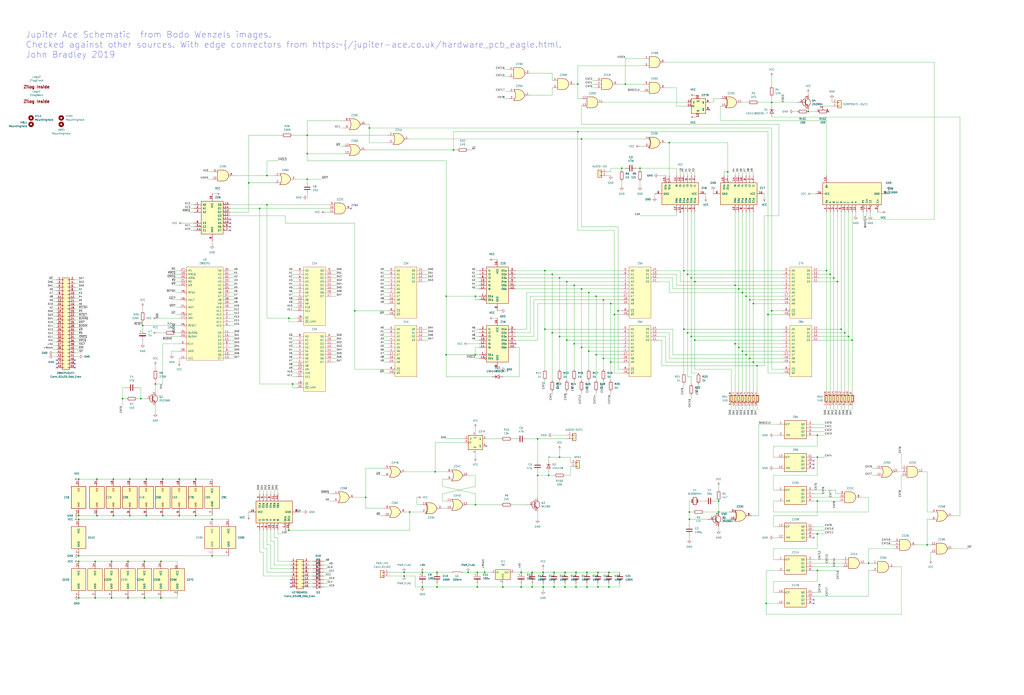
<source format=kicad_sch>
(kicad_sch (version 20211123) (generator eeschema)
  (paper "User" 711.2 482.6)
  (title_block (title "ACE2NOKB") (date "2019-09-17") (rev "Beta") (company "Ontobus") (comment 1 "John Bradley") (comment 2 "https://creativecommons.org/licenses/by-nc-sa/4.0/") (comment 3 "Attribution-NonCommercial-ShareAlike 4.0 International License.") (comment 4 "This work is licensed under a Creative Commons "))
  (junction (at 336.55 397.51))
  (junction (at 393.7 195.58))
  (junction (at 426.72 218.44))
  (junction (at 90.17 332.74))
  (junction (at 67.31 332.74))
  (junction (at 111.76 415.29))
  (junction (at 101.6 358.14))
  (junction (at 54.61 386.08))
  (junction (at 567.69 396.24))
  (junction (at 78.74 332.74))
  (junction (at 429.26 215.9))
  (junction (at 135.89 332.74))
  (junction (at 384.81 407.67))
  (junction (at 643.89 378.46))
  (junction (at 213.36 106.68))
  (junction (at 520.7 208.28))
  (junction (at 172.72 127))
  (junction (at 581.66 195.58))
  (junction (at 431.8 116.84))
  (junction (at 482.6 195.58))
  (junction (at 388.62 233.68))
  (junction (at 111.76 389.89))
  (junction (at 525.78 254))
  (junction (at 408.94 203.2))
  (junction (at 567.69 317.5))
  (junction (at 414.02 205.74))
  (junction (at 400.05 407.67))
  (junction (at 254 345.44))
  (junction (at 533.4 218.44))
  (junction (at 213.36 124.46))
  (junction (at 90.17 358.14))
  (junction (at 77.47 415.29))
  (junction (at 124.46 332.74))
  (junction (at 392.43 397.51))
  (junction (at 510.54 198.12))
  (junction (at 256.54 88.9))
  (junction (at 392.43 407.67))
  (junction (at 100.33 415.29))
  (junction (at 66.04 389.89))
  (junction (at 377.19 407.67))
  (junction (at 499.11 355.6))
  (junction (at 384.81 397.51))
  (junction (at 85.09 276.86))
  (junction (at 147.32 360.68))
  (junction (at 403.86 96.52))
  (junction (at 361.95 397.51))
  (junction (at 393.7 236.22))
  (junction (at 408.94 243.84))
  (junction (at 330.2 350.52))
  (junction (at 113.03 358.14))
  (junction (at 54.61 415.29))
  (junction (at 377.19 397.51))
  (junction (at 200.66 368.3))
  (junction (at 388.62 193.04))
  (junction (at 383.54 190.5))
  (junction (at 213.36 93.98))
  (junction (at 401.32 58.42))
  (junction (at 54.61 332.74))
  (junction (at 513.08 241.3))
  (junction (at 422.91 397.51))
  (junction (at 383.54 231.14))
  (junction (at 54.61 360.68))
  (junction (at 280.67 400.05))
  (junction (at 444.5 116.84))
  (junction (at 510.54 238.76))
  (junction (at 407.67 407.67))
  (junction (at 303.53 397.51))
  (junction (at 584.2 228.6))
  (junction (at 480.06 193.04))
  (junction (at 314.96 104.14))
  (junction (at 378.46 187.96))
  (junction (at 480.06 233.68))
  (junction (at 309.88 205.74))
  (junction (at 349.25 407.67))
  (junction (at 101.6 332.74))
  (junction (at 523.24 210.82))
  (junction (at 124.46 358.14))
  (junction (at 464.82 99.06))
  (junction (at 478.79 360.68))
  (junction (at 424.18 251.46))
  (junction (at 388.62 317.5))
  (junction (at 88.9 415.29))
  (junction (at 535.94 71.12))
  (junction (at 331.47 407.67))
  (junction (at 407.67 397.51))
  (junction (at 586.74 231.14))
  (junction (at 576.58 190.5))
  (junction (at 309.88 246.38))
  (junction (at 147.32 386.08))
  (junction (at 325.12 397.51))
  (junction (at 200.66 220.98))
  (junction (at 422.91 407.67))
  (junction (at 100.33 389.89))
  (junction (at 603.25 391.16))
  (junction (at 424.18 210.82))
  (junction (at 434.34 58.42))
  (junction (at 567.69 370.84))
  (junction (at 474.98 228.6))
  (junction (at 515.62 243.84))
  (junction (at 99.06 226.06))
  (junction (at 67.31 358.14))
  (junction (at 415.29 397.51))
  (junction (at 293.37 407.67))
  (junction (at 403.86 241.3))
  (junction (at 419.1 208.28))
  (junction (at 303.53 407.67))
  (junction (at 518.16 205.74))
  (junction (at 415.29 407.67))
  (junction (at 579.12 193.04))
  (junction (at 535.94 215.9))
  (junction (at 513.08 200.66))
  (junction (at 293.37 397.51))
  (junction (at 499.11 347.98))
  (junction (at 400.05 397.51))
  (junction (at 77.47 389.89))
  (junction (at 574.04 187.96))
  (junction (at 369.57 407.67))
  (junction (at 330.2 246.38))
  (junction (at 369.57 397.51))
  (junction (at 361.95 407.67))
  (junction (at 589.28 233.68))
  (junction (at 381 330.2))
  (junction (at 135.89 358.14))
  (junction (at 185.42 121.92))
  (junction (at 373.38 330.2))
  (junction (at 78.74 358.14))
  (junction (at 331.47 397.51))
  (junction (at 518.16 246.38))
  (junction (at 66.04 415.29))
  (junction (at 567.69 347.98))
  (junction (at 515.62 203.2))
  (junction (at 378.46 228.6))
  (junction (at 88.9 389.89))
  (junction (at 474.98 187.96))
  (junction (at 246.38 215.9))
  (junction (at 532.13 419.1))
  (junction (at 482.6 236.22))
  (junction (at 505.46 119.38))
  (junction (at 185.42 142.24))
  (junction (at 561.34 77.47))
  (junction (at 284.48 355.6))
  (junction (at 591.82 236.22))
  (junction (at 373.38 304.8))
  (junction (at 107.95 266.7))
  (junction (at 478.79 355.6))
  (junction (at 280.67 397.51))
  (junction (at 398.78 198.12))
  (junction (at 330.2 205.74))
  (junction (at 523.24 251.46))
  (junction (at 398.78 238.76))
  (junction (at 414.02 246.38))
  (junction (at 203.2 266.7))
  (junction (at 54.61 389.89))
  (junction (at 97.79 276.86))
  (junction (at 419.1 248.92))
  (junction (at 477.52 190.5))
  (junction (at 180.34 144.78))
  (junction (at 403.86 200.66))
  (junction (at 302.26 327.66))
  (junction (at 401.32 91.44))
  (junction (at 520.7 248.92))
  (junction (at 54.61 358.14))
  (junction (at 477.52 231.14))
  (junction (at 567.69 302.26))
  (junction (at 113.03 332.74))
  (no_connect (at 160.02 152.4))
  (no_connect (at 472.44 147.32))
  (no_connect (at 243.84 144.78))
  (no_connect (at 565.15 373.38))
  (no_connect (at 565.15 416.56))
  (no_connect (at 52.07 250.19))
  (no_connect (at 201.93 405.13))
  (no_connect (at 39.37 255.27))
  (no_connect (at 52.07 255.27))
  (no_connect (at 160.02 154.94))
  (no_connect (at 39.37 252.73))
  (no_connect (at 160.02 160.02))
  (no_connect (at 358.14 238.76))
  (no_connect (at 201.93 407.67))
  (no_connect (at 565.15 320.04))
  (no_connect (at 39.37 250.19))
  (no_connect (at 565.15 322.58))
  (no_connect (at 575.31 77.47))
  (no_connect (at 565.15 419.1))
  (no_connect (at 492.76 76.2))
  (no_connect (at 201.93 402.59))
  (no_connect (at 52.07 252.73))
  (no_connect (at 565.15 325.12))
  (no_connect (at 337.82 309.88))
  (no_connect (at 160.02 157.48))
  (wire (pts (xy 603.25 355.6) (xy 537.21 355.6)))
  (wire (pts (xy 533.4 91.44) (xy 533.4 218.44)))
  (wire (pts (xy 543.56 243.84) (xy 515.62 243.84)))
  (wire (pts (xy 565.15 388.62) (xy 585.47 388.62)))
  (wire (pts (xy 403.86 200.66) (xy 431.8 200.66)))
  (wire (pts (xy 358.14 200.66) (xy 403.86 200.66)))
  (wire (pts (xy 533.4 218.44) (xy 533.4 259.08)))
  (wire (pts (xy 530.86 149.86) (xy 530.86 254)))
  (wire (pts (xy 124.46 213.36) (xy 121.92 213.36)))
  (wire (pts (xy 307.34 347.98) (xy 309.88 347.98)))
  (wire (pts (xy 601.98 147.32) (xy 601.98 149.86)))
  (wire (pts (xy 224.79 400.05) (xy 226.06 400.05)))
  (wire (pts (xy 535.94 73.66) (xy 535.94 71.12)))
  (wire (pts (xy 565.15 302.26) (xy 567.69 302.26)))
  (wire (pts (xy 566.42 134.62) (xy 563.88 134.62)))
  (wire (pts (xy 200.66 223.52) (xy 205.74 223.52)))
  (wire (pts (xy 160.02 193.04) (xy 162.56 193.04)))
  (wire (pts (xy 383.54 190.5) (xy 383.54 231.14)))
  (wire (pts (xy 424.18 251.46) (xy 424.18 264.16)))
  (wire (pts (xy 322.58 304.8) (xy 309.88 304.8)))
  (wire (pts (xy 567.69 370.84) (xy 567.69 381)))
  (wire (pts (xy 373.38 327.66) (xy 373.38 330.2)))
  (wire (pts (xy 369.57 405.13) (xy 369.57 407.67)))
  (wire (pts (xy 565.15 370.84) (xy 567.69 370.84)))
  (wire (pts (xy 393.7 195.58) (xy 393.7 236.22)))
  (wire (pts (xy 568.96 190.5) (xy 576.58 190.5)))
  (wire (pts (xy 269.24 241.3) (xy 266.7 241.3)))
  (wire (pts (xy 205.74 208.28) (xy 203.2 208.28)))
  (wire (pts (xy 217.17 407.67) (xy 214.63 407.67)))
  (wire (pts (xy 515.62 281.94) (xy 515.62 284.48)))
  (wire (pts (xy 160.02 238.76) (xy 162.56 238.76)))
  (wire (pts (xy 401.32 58.42) (xy 401.32 68.58)))
  (wire (pts (xy 124.46 195.58) (xy 121.92 195.58)))
  (wire (pts (xy 480.06 259.08) (xy 480.06 233.68)))
  (wire (pts (xy 643.89 360.68) (xy 646.43 360.68)))
  (wire (pts (xy 478.79 355.6) (xy 478.79 360.68)))
  (wire (pts (xy 101.6 358.14) (xy 113.03 358.14)))
  (wire (pts (xy 349.25 407.67) (xy 361.95 407.67)))
  (wire (pts (xy 95.25 276.86) (xy 97.79 276.86)))
  (wire (pts (xy 227.33 394.97) (xy 224.79 394.97)))
  (wire (pts (xy 52.07 237.49) (xy 54.61 237.49)))
  (wire (pts (xy 119.38 243.84) (xy 119.38 246.38)))
  (wire (pts (xy 269.24 187.96) (xy 266.7 187.96)))
  (wire (pts (xy 567.69 358.14) (xy 537.21 358.14)))
  (wire (pts (xy 392.43 397.51) (xy 400.05 397.51)))
  (wire (pts (xy 513.08 281.94) (xy 513.08 284.48)))
  (wire (pts (xy 515.62 203.2) (xy 543.56 203.2)))
  (wire (pts (xy 608.33 325.12) (xy 605.79 325.12)))
  (wire (pts (xy 383.54 190.5) (xy 431.8 190.5)))
  (wire (pts (xy 147.32 360.68) (xy 54.61 360.68)))
  (wire (pts (xy 214.63 400.05) (xy 217.17 400.05)))
  (wire (pts (xy 603.25 414.02) (xy 603.25 396.24)))
  (wire (pts (xy 401.32 58.42) (xy 401.32 45.72)))
  (wire (pts (xy 384.81 397.51) (xy 392.43 397.51)))
  (wire (pts (xy 330.2 205.74) (xy 309.88 205.74)))
  (wire (pts (xy 85.09 269.24) (xy 85.09 276.86)))
  (wire (pts (xy 231.14 243.84) (xy 233.68 243.84)))
  (wire (pts (xy 480.06 261.62) (xy 477.52 261.62)))
  (wire (pts (xy 523.24 147.32) (xy 523.24 210.82)))
  (wire (pts (xy 358.14 236.22) (xy 373.38 236.22)))
  (wire (pts (xy 431.8 236.22) (xy 393.7 236.22)))
  (wire (pts (xy 477.52 231.14) (xy 477.52 190.5)))
  (wire (pts (xy 421.64 119.38) (xy 424.18 119.38)))
  (wire (pts (xy 403.86 157.48) (xy 429.26 157.48)))
  (wire (pts (xy 403.86 86.36) (xy 541.02 86.36)))
  (wire (pts (xy 646.43 383.54) (xy 646.43 388.62)))
  (wire (pts (xy 187.96 375.92) (xy 190.5 375.92)))
  (wire (pts (xy 539.75 347.98) (xy 537.21 347.98)))
  (wire (pts (xy 383.54 50.8) (xy 383.54 55.88)))
  (wire (pts (xy 224.79 389.89) (xy 226.06 389.89)))
  (wire (pts (xy 294.64 190.5) (xy 297.18 190.5)))
  (wire (pts (xy 107.95 266.7) (xy 107.95 271.78)))
  (wire (pts (xy 403.86 73.66) (xy 403.86 86.36)))
  (wire (pts (xy 193.04 370.84) (xy 195.58 370.84)))
  (wire (pts (xy 185.42 378.46) (xy 185.42 368.3)))
  (wire (pts (xy 256.54 99.06) (xy 269.24 99.06)))
  (wire (pts (xy 269.24 243.84) (xy 266.7 243.84)))
  (wire (pts (xy 39.37 209.55) (xy 36.83 209.55)))
  (wire (pts (xy 474.98 266.7) (xy 474.98 269.24)))
  (wire (pts (xy 480.06 193.04) (xy 480.06 147.32)))
  (wire (pts (xy 568.96 228.6) (xy 584.2 228.6)))
  (wire (pts (xy 565.15 414.02) (xy 603.25 414.02)))
  (wire (pts (xy 198.12 154.94) (xy 246.38 154.94)))
  (wire (pts (xy 384.81 407.67) (xy 392.43 407.67)))
  (wire (pts (xy 254 345.44) (xy 254 353.06)))
  (wire (pts (xy 160.02 233.68) (xy 162.56 233.68)))
  (wire (pts (xy 52.07 201.93) (xy 54.61 201.93)))
  (wire (pts (xy 66.04 389.89) (xy 54.61 389.89)))
  (wire (pts (xy 205.74 259.08) (xy 203.2 259.08)))
  (wire (pts (xy 518.16 246.38) (xy 467.36 246.38)))
  (wire (pts (xy 231.14 200.66) (xy 233.68 200.66)))
  (wire (pts (xy 213.36 124.46) (xy 213.36 127)))
  (wire (pts (xy 377.19 407.67) (xy 384.81 407.67)))
  (wire (pts (xy 330.2 241.3) (xy 332.74 241.3)))
  (wire (pts (xy 203.2 266.7) (xy 205.74 266.7)))
  (wire (pts (xy 66.04 389.89) (xy 77.47 389.89)))
  (wire (pts (xy 114.3 231.14) (xy 109.22 231.14)))
  (wire (pts (xy 200.66 368.3) (xy 284.48 368.3)))
  (wire (pts (xy 203.2 266.7) (xy 203.2 269.24)))
  (wire (pts (xy 205.74 195.58) (xy 203.2 195.58)))
  (wire (pts (xy 336.55 397.51) (xy 336.55 394.97)))
  (wire (pts (xy 414.02 271.78) (xy 414.02 274.32)))
  (wire (pts (xy 543.56 231.14) (xy 477.52 231.14)))
  (wire (pts (xy 160.02 226.06) (xy 162.56 226.06)))
  (wire (pts (xy 39.37 212.09) (xy 36.83 212.09)))
  (wire (pts (xy 403.86 241.3) (xy 403.86 264.16)))
  (wire (pts (xy 388.62 317.5) (xy 388.62 312.42)))
  (wire (pts (xy 599.44 152.4) (xy 599.44 147.32)))
  (wire (pts (xy 160.02 147.32) (xy 172.72 147.32)))
  (wire (pts (xy 269.24 203.2) (xy 266.7 203.2)))
  (wire (pts (xy 603.25 391.16) (xy 603.25 381)))
  (wire (pts (xy 52.07 240.03) (xy 54.61 240.03)))
  (wire (pts (xy 462.28 60.96) (xy 469.9 60.96)))
  (wire (pts (xy 388.62 193.04) (xy 358.14 193.04)))
  (wire (pts (xy 431.8 233.68) (xy 388.62 233.68)))
  (wire (pts (xy 345.44 180.34) (xy 342.9 180.34)))
  (wire (pts (xy 400.05 407.67) (xy 407.67 407.67)))
  (wire (pts (xy 353.06 53.34) (xy 350.52 53.34)))
  (wire (pts (xy 266.7 330.2) (xy 264.16 330.2)))
  (wire (pts (xy 505.46 119.38) (xy 505.46 99.06)))
  (wire (pts (xy 309.88 246.38) (xy 330.2 246.38)))
  (wire (pts (xy 361.95 397.51) (xy 369.57 397.51)))
  (wire (pts (xy 543.56 190.5) (xy 477.52 190.5)))
  (wire (pts (xy 464.82 99.06) (xy 464.82 121.92)))
  (wire (pts (xy 325.12 104.14) (xy 327.66 104.14)))
  (wire (pts (xy 543.56 195.58) (xy 482.6 195.58)))
  (wire (pts (xy 190.5 373.38) (xy 193.04 373.38)))
  (wire (pts (xy 100.33 276.86) (xy 97.79 276.86)))
  (wire (pts (xy 78.74 358.14) (xy 90.17 358.14)))
  (wire (pts (xy 180.34 144.78) (xy 228.6 144.78)))
  (wire (pts (xy 217.17 397.51) (xy 214.63 397.51)))
  (wire (pts (xy 490.22 134.62) (xy 490.22 137.16)))
  (wire (pts (xy 330.2 337.82) (xy 307.34 342.9)))
  (wire (pts (xy 124.46 193.04) (xy 121.92 193.04)))
  (wire (pts (xy 626.11 330.2) (xy 626.11 340.36)))
  (wire (pts (xy 123.19 415.29) (xy 123.19 412.75)))
  (wire (pts (xy 393.7 236.22) (xy 393.7 264.16)))
  (wire (pts (xy 414.02 205.74) (xy 431.8 205.74)))
  (wire (pts (xy 231.14 187.96) (xy 233.68 187.96)))
  (wire (pts (xy 360.68 241.3) (xy 360.68 261.62)))
  (wire (pts (xy 213.36 134.62) (xy 213.36 137.16)))
  (wire (pts (xy 307.34 353.06) (xy 309.88 353.06)))
  (wire (pts (xy 205.74 210.82) (xy 203.2 210.82)))
  (wire (pts (xy 205.74 243.84) (xy 203.2 243.84)))
  (wire (pts (xy 124.46 332.74) (xy 135.89 332.74)))
  (wire (pts (xy 464.82 195.58) (xy 464.82 203.2)))
  (wire (pts (xy 518.16 281.94) (xy 518.16 284.48)))
  (wire (pts (xy 39.37 247.65) (xy 36.83 247.65)))
  (wire (pts (xy 231.14 198.12) (xy 233.68 198.12)))
  (wire (pts (xy 579.12 281.94) (xy 579.12 284.48)))
  (wire (pts (xy 447.04 63.5) (xy 444.5 63.5)))
  (wire (pts (xy 345.44 256.54) (xy 347.98 256.54)))
  (wire (pts (xy 604.52 147.32) (xy 604.52 149.86)))
  (wire (pts (xy 480.06 233.68) (xy 480.06 193.04)))
  (wire (pts (xy 39.37 229.87) (xy 36.83 229.87)))
  (wire (pts (xy 626.11 393.7) (xy 626.11 426.72)))
  (wire (pts (xy 39.37 207.01) (xy 36.83 207.01)))
  (wire (pts (xy 332.74 231.14) (xy 330.2 231.14)))
  (wire (pts (xy 185.42 381) (xy 182.88 381)))
  (wire (pts (xy 415.29 407.67) (xy 422.91 407.67)))
  (wire (pts (xy 52.07 196.85) (xy 54.61 196.85)))
  (wire (pts (xy 269.24 190.5) (xy 266.7 190.5)))
  (wire (pts (xy 147.32 386.08) (xy 158.75 386.08)))
  (wire (pts (xy 474.98 121.92) (xy 474.98 119.38)))
  (wire (pts (xy 231.14 205.74) (xy 233.68 205.74)))
  (wire (pts (xy 213.36 106.68) (xy 213.36 111.76)))
  (wire (pts (xy 518.16 121.92) (xy 518.16 119.38)))
  (wire (pts (xy 113.03 332.74) (xy 124.46 332.74)))
  (wire (pts (xy 349.25 405.13) (xy 349.25 407.67)))
  (wire (pts (xy 113.03 358.14) (xy 124.46 358.14)))
  (wire (pts (xy 77.47 389.89) (xy 88.9 389.89)))
  (wire (pts (xy 39.37 222.25) (xy 36.83 222.25)))
  (wire (pts (xy 231.14 251.46) (xy 233.68 251.46)))
  (wire (pts (xy 532.13 426.72) (xy 626.11 426.72)))
  (wire (pts (xy 577.85 71.12) (xy 577.85 68.58)))
  (wire (pts (xy 185.42 397.51) (xy 185.42 381)))
  (wire (pts (xy 414.02 205.74) (xy 414.02 246.38)))
  (wire (pts (xy 424.18 210.82) (xy 424.18 251.46)))
  (wire (pts (xy 666.75 358.14) (xy 666.75 81.28)))
  (wire (pts (xy 543.56 193.04) (xy 480.06 193.04)))
  (wire (pts (xy 190.5 342.9) (xy 190.5 340.36)))
  (wire (pts (xy 496.57 347.98) (xy 499.11 347.98)))
  (wire (pts (xy 52.07 245.11) (xy 54.61 245.11)))
  (wire (pts (xy 158.75 360.68) (xy 147.32 360.68)))
  (wire (pts (xy 408.94 264.16) (xy 408.94 266.7)))
  (wire (pts (xy 332.74 228.6) (xy 330.2 228.6)))
  (wire (pts (xy 492.76 71.12) (xy 495.3 71.12)))
  (wire (pts (xy 325.12 330.2) (xy 330.2 330.2)))
  (wire (pts (xy 231.14 246.38) (xy 233.68 246.38)))
  (wire (pts (xy 205.74 215.9) (xy 203.2 215.9)))
  (wire (pts (xy 459.74 236.22) (xy 457.2 236.22)))
  (wire (pts (xy 217.17 389.89) (xy 214.63 389.89)))
  (wire (pts (xy 269.24 205.74) (xy 266.7 205.74)))
  (wire (pts (xy 205.74 238.76) (xy 203.2 238.76)))
  (wire (pts (xy 414.02 55.88) (xy 411.48 55.88)))
  (wire (pts (xy 52.07 232.41) (xy 54.61 232.41)))
  (wire (pts (xy 182.88 381) (xy 182.88 368.3)))
  (wire (pts (xy 415.29 397.51) (xy 422.91 397.51)))
  (wire (pts (xy 185.42 220.98) (xy 200.66 220.98)))
  (wire (pts (xy 269.24 233.68) (xy 266.7 233.68)))
  (wire (pts (xy 574.04 281.94) (xy 574.04 284.48)))
  (wire (pts (xy 198.12 149.86) (xy 198.12 154.94)))
  (wire (pts (xy 396.24 330.2) (xy 392.43 330.2)))
  (wire (pts (xy 231.14 193.04) (xy 233.68 193.04)))
  (wire (pts (xy 383.54 66.04) (xy 383.54 60.96)))
  (wire (pts (xy 426.72 259.08) (xy 431.8 259.08)))
  (wire (pts (xy 213.36 93.98) (xy 213.36 106.68)))
  (wire (pts (xy 214.63 394.97) (xy 217.17 394.97)))
  (wire (pts (xy 515.62 121.92) (xy 515.62 119.38)))
  (wire (pts (xy 358.14 241.3) (xy 360.68 241.3)))
  (wire (pts (xy 621.03 378.46) (xy 618.49 378.46)))
  (wire (pts (xy 444.5 118.11) (xy 444.5 116.84)))
  (wire (pts (xy 162.56 121.92) (xy 185.42 121.92)))
  (wire (pts (xy 381 320.04) (xy 381 317.5)))
  (wire (pts (xy 499.11 355.6) (xy 506.73 355.6)))
  (wire (pts (xy 284.48 355.6) (xy 284.48 368.3)))
  (wire (pts (xy 294.64 187.96) (xy 297.18 187.96)))
  (wire (pts (xy 160.02 243.84) (xy 162.56 243.84)))
  (wire (pts (xy 269.24 246.38) (xy 266.7 246.38)))
  (wire (pts (xy 457.2 195.58) (xy 464.82 195.58)))
  (wire (pts (xy 332.74 248.92) (xy 330.2 248.92)))
  (wire (pts (xy 332.74 205.74) (xy 330.2 205.74)))
  (wire (pts (xy 332.74 208.28) (xy 330.2 208.28)))
  (wire (pts (xy 269.24 251.46) (xy 266.7 251.46)))
  (wire (pts (xy 521.97 358.14) (xy 527.05 358.14)))
  (wire (pts (xy 643.89 355.6) (xy 646.43 355.6)))
  (wire (pts (xy 378.46 228.6) (xy 431.8 228.6)))
  (wire (pts (xy 52.07 247.65) (xy 54.61 247.65)))
  (wire (pts (xy 172.72 127) (xy 172.72 93.98)))
  (wire (pts (xy 39.37 214.63) (xy 36.83 214.63)))
  (wire (pts (xy 124.46 208.28) (xy 121.92 208.28)))
  (wire (pts (xy 488.95 355.6) (xy 499.11 355.6)))
  (wire (pts (xy 281.94 327.66) (xy 302.26 327.66)))
  (wire (pts (xy 383.54 271.78) (xy 383.54 274.32)))
  (wire (pts (xy 269.24 259.08) (xy 266.7 259.08)))
  (wire (pts (xy 586.74 147.32) (xy 586.74 231.14)))
  (wire (pts (xy 119.38 243.84) (xy 124.46 243.84)))
  (wire (pts (xy 160.02 187.96) (xy 162.56 187.96)))
  (wire (pts (xy 523.24 121.92) (xy 523.24 119.38)))
  (wire (pts (xy 254 86.36) (xy 256.54 86.36)))
  (wire (pts (xy 373.38 355.6) (xy 373.38 360.68)))
  (wire (pts (xy 502.92 119.38) (xy 502.92 121.92)))
  (wire (pts (xy 77.47 415.29) (xy 66.04 415.29)))
  (wire (pts (xy 586.74 231.14) (xy 586.74 271.78)))
  (wire (pts (xy 480.06 266.7) (xy 480.06 261.62)))
  (wire (pts (xy 201.93 400.05) (xy 182.88 400.05)))
  (wire (pts (xy 414.02 246.38) (xy 414.02 264.16)))
  (wire (pts (xy 330.2 342.9) (xy 307.34 337.82)))
  (wire (pts (xy 205.74 205.74) (xy 203.2 205.74)))
  (wire (pts (xy 373.38 304.8) (xy 373.38 320.04)))
  (wire (pts (xy 238.76 88.9) (xy 236.22 88.9)))
  (wire (pts (xy 565.15 368.3) (xy 572.77 368.3)))
  (wire (pts (xy 472.44 121.92) (xy 472.44 119.38)))
  (wire (pts (xy 302.26 327.66) (xy 309.88 327.66)))
  (wire (pts (xy 515.62 203.2) (xy 515.62 243.84)))
  (wire (pts (xy 52.07 199.39) (xy 54.61 199.39)))
  (wire (pts (xy 474.98 147.32) (xy 474.98 187.96)))
  (wire (pts (xy 123.19 415.29) (xy 111.76 415.29)))
  (wire (pts (xy 464.82 203.2) (xy 515.62 203.2)))
  (wire (pts (xy 419.1 71.12) (xy 477.52 71.12)))
  (wire (pts (xy 124.46 187.96) (xy 121.92 187.96)))
  (wire (pts (xy 537.21 347.98) (xy 537.21 355.6)))
  (wire (pts (xy 408.94 243.84) (xy 408.94 203.2)))
  (wire (pts (xy 537.21 381) (xy 537.21 388.62)))
  (wire (pts (xy 160.02 220.98) (xy 162.56 220.98)))
  (wire (pts (xy 224.79 407.67) (xy 228.6 407.67)))
  (wire (pts (xy 330.2 314.96) (xy 330.2 317.5)))
  (wire (pts (xy 478.79 347.98) (xy 478.79 355.6)))
  (wire (pts (xy 518.16 147.32) (xy 518.16 205.74)))
  (wire (pts (xy 134.62 157.48) (xy 132.08 157.48)))
  (wire (pts (xy 355.6 304.8) (xy 358.14 304.8)))
  (wire (pts (xy 309.88 111.76) (xy 309.88 205.74)))
  (wire (pts (xy 193.04 389.89) (xy 193.04 373.38)))
  (wire (pts (xy 353.06 48.26) (xy 350.52 48.26)))
  (wire (pts (xy 603.25 396.24) (xy 605.79 396.24)))
  (wire (pts (xy 567.69 302.26) (xy 567.69 309.88)))
  (wire (pts (xy 537.21 340.36) (xy 539.75 340.36)))
  (wire (pts (xy 294.64 228.6) (xy 297.18 228.6)))
  (wire (pts (xy 565.15 299.72) (xy 572.77 299.72)))
  (wire (pts (xy 200.66 220.98) (xy 205.74 220.98)))
  (wire (pts (xy 284.48 355.6) (xy 292.1 355.6)))
  (wire (pts (xy 332.74 195.58) (xy 330.2 195.58)))
  (wire (pts (xy 231.14 190.5) (xy 233.68 190.5)))
  (wire (pts (xy 535.94 88.9) (xy 535.94 215.9)))
  (wire (pts (xy 269.24 210.82) (xy 266.7 210.82)))
  (wire (pts (xy 441.96 116.84) (xy 444.5 116.84)))
  (wire (pts (xy 661.67 381) (xy 671.83 381)))
  (wire (pts (xy 88.9 389.89) (xy 100.33 389.89)))
  (wire (pts (xy 52.07 234.95) (xy 54.61 234.95)))
  (wire (pts (xy 160.02 198.12) (xy 162.56 198.12)))
  (wire (pts (xy 160.02 208.28) (xy 162.56 208.28)))
  (wire (pts (xy 330.2 299.72) (xy 330.2 297.18)))
  (wire (pts (xy 377.19 410.21) (xy 377.19 407.67)))
  (wire (pts (xy 378.46 187.96) (xy 431.8 187.96)))
  (wire (pts (xy 54.61 242.57) (xy 52.07 242.57)))
  (wire (pts (xy 415.29 405.13) (xy 415.29 407.67)))
  (wire (pts (xy 485.14 66.04) (xy 482.6 66.04)))
  (wire (pts (xy 392.43 407.67) (xy 400.05 407.67)))
  (wire (pts (xy 185.42 121.92) (xy 190.5 121.92)))
  (wire (pts (xy 535.94 53.34) (xy 535.94 59.69)))
  (wire (pts (xy 66.04 415.29) (xy 54.61 415.29)))
  (wire (pts (xy 478.79 374.65) (xy 478.79 372.11)))
  (wire (pts (xy 269.24 208.28) (xy 266.7 208.28)))
  (wire (pts (xy 124.46 218.44) (xy 121.92 218.44)))
  (wire (pts (xy 99.06 223.52) (xy 99.06 226.06)))
  (wire (pts (xy 510.54 238.76) (xy 510.54 271.78)))
  (wire (pts (xy 370.84 208.28) (xy 419.1 208.28)))
  (wire (pts (xy 565.15 396.24) (xy 567.69 396.24)))
  (wire (pts (xy 330.2 246.38) (xy 332.74 246.38)))
  (wire (pts (xy 643.89 378.46) (xy 646.43 378.46)))
  (wire (pts (xy 246.38 154.94) (xy 246.38 215.9)))
  (wire (pts (xy 88.9 415.29) (xy 77.47 415.29)))
  (wire (pts (xy 90.17 358.14) (xy 101.6 358.14)))
  (wire (pts (xy 589.28 233.68) (xy 589.28 271.78)))
  (wire (pts (xy 332.74 193.04) (xy 330.2 193.04)))
  (wire (pts (xy 97.79 269.24) (xy 95.25 269.24)))
  (wire (pts (xy 160.02 195.58) (xy 162.56 195.58)))
  (wire (pts (xy 543.56 248.92) (xy 520.7 248.92)))
  (wire (pts (xy 508 281.94) (xy 508 284.48)))
  (wire (pts (xy 623.57 327.66) (xy 626.11 327.66)))
  (wire (pts (xy 431.8 246.38) (xy 414.02 246.38)))
  (wire (pts (xy 568.96 231.14) (xy 586.74 231.14)))
  (wire (pts (xy 491.49 360.68) (xy 478.79 360.68)))
  (wire (pts (xy 67.31 332.74) (xy 78.74 332.74)))
  (wire (pts (xy 269.24 218.44) (xy 266.7 218.44)))
  (wire (pts (xy 111.76 415.29) (xy 100.33 415.29)))
  (wire (pts (xy 205.74 203.2) (xy 203.2 203.2)))
  (wire (pts (xy 345.44 215.9) (xy 347.98 215.9)))
  (wire (pts (xy 294.64 233.68) (xy 297.18 233.68)))
  (wire (pts (xy 431.8 193.04) (xy 388.62 193.04)))
  (wire (pts (xy 217.17 402.59) (xy 214.63 402.59)))
  (wire (pts (xy 160.02 246.38) (xy 162.56 246.38)))
  (wire (pts (xy 160.02 231.14) (xy 162.56 231.14)))
  (wire (pts (xy 67.31 358.14) (xy 78.74 358.14)))
  (wire (pts (xy 302.26 307.34) (xy 302.26 327.66)))
  (wire (pts (xy 205.74 261.62) (xy 203.2 261.62)))
  (wire (pts (xy 454.66 134.62) (xy 454.66 137.16)))
  (wire (pts (xy 205.74 254) (xy 203.2 254)))
  (wire (pts (xy 537.21 403.86) (xy 537.21 411.48)))
  (wire (pts (xy 269.24 198.12) (xy 266.7 198.12)))
  (wire (pts (xy 444.5 101.6) (xy 447.04 101.6)))
  (wire (pts (xy 505.46 121.92) (xy 505.46 119.38)))
  (wire (pts (xy 123.19 392.43) (xy 123.19 389.89)))
  (wire (pts (xy 535.94 256.54) (xy 543.56 256.54)))
  (wire (pts (xy 246.38 345.44) (xy 254 345.44)))
  (wire (pts (xy 535.94 215.9) (xy 543.56 215.9)))
  (wire (pts (xy 365.76 350.52) (xy 355.6 350.52)))
  (wire (pts (xy 480.06 274.32) (xy 480.06 276.86)))
  (wire (pts (xy 182.88 400.05) (xy 182.88 383.54)))
  (wire (pts (xy 426.72 218.44) (xy 426.72 259.08)))
  (wire (pts (xy 419.1 256.54) (xy 419.1 248.92)))
  (wire (pts (xy 284.48 96.52) (xy 403.86 96.52)))
  (wire (pts (xy 147.32 134.62) (xy 149.86 134.62)))
  (wire (pts (xy 523.24 251.46) (xy 462.28 251.46)))
  (wire (pts (xy 401.32 91.44) (xy 401.32 160.02)))
  (wire (pts (xy 331.47 405.13) (xy 331.47 407.67)))
  (wire (pts (xy 336.55 397.51) (xy 331.47 397.51)))
  (wire (pts (xy 520.7 248.92) (xy 520.7 271.78)))
  (wire (pts (xy 383.54 302.26) (xy 393.7 302.26)))
  (wire (pts (xy 208.28 355.6) (xy 210.82 355.6)))
  (wire (pts (xy 510.54 281.94) (xy 510.54 284.48)))
  (wire (pts (xy 419.1 248.92) (xy 419.1 208.28)))
  (wire (pts (xy 160.02 200.66) (xy 162.56 200.66)))
  (wire (pts (xy 246.38 215.9) (xy 246.38 256.54)))
  (wire (pts (xy 589.28 147.32) (xy 589.28 233.68)))
  (wire (pts (xy 543.56 238.76) (xy 510.54 238.76)))
  (wire (pts (xy 565.15 411.48) (xy 570.23 411.48)))
  (wire (pts (xy 39.37 232.41) (xy 36.83 232.41)))
  (wire (pts (xy 543.56 251.46) (xy 523.24 251.46)))
  (wire (pts (xy 358.14 231.14) (xy 368.3 231.14)))
  (wire (pts (xy 368.3 231.14) (xy 368.3 205.74)))
  (wire (pts (xy 160.02 190.5) (xy 162.56 190.5)))
  (wire (pts (xy 309.88 205.74) (xy 309.88 246.38)))
  (wire (pts (xy 495.3 68.58) (xy 500.38 68.58)))
  (wire (pts (xy 603.25 381) (xy 621.03 381)))
  (wire (pts (xy 332.74 198.12) (xy 330.2 198.12)))
  (wire (pts (xy 187.96 378.46) (xy 185.42 378.46)))
  (wire (pts (xy 434.34 58.42) (xy 447.04 58.42)))
  (wire (pts (xy 373.38 304.8) (xy 393.7 304.8)))
  (wire (pts (xy 39.37 237.49) (xy 36.83 237.49)))
  (wire (pts (xy 231.14 347.98) (xy 228.6 347.98)))
  (wire (pts (xy 408.94 256.54) (xy 408.94 243.84)))
  (wire (pts (xy 408.94 203.2) (xy 431.8 203.2)))
  (wire (pts (xy 322.58 307.34) (xy 302.26 307.34)))
  (wire (pts (xy 567.69 381) (xy 537.21 381)))
  (wire (pts (xy 553.72 77.47) (xy 551.18 77.47)))
  (wire (pts (xy 568.96 193.04) (xy 579.12 193.04)))
  (wire (pts (xy 621.03 375.92) (xy 618.49 375.92)))
  (wire (pts (xy 520.7 248.92) (xy 464.82 248.92)))
  (wire (pts (xy 434.34 58.42) (xy 434.34 40.64)))
  (wire (pts (xy 113.03 238.76) (xy 113.03 266.7)))
  (wire (pts (xy 464.82 231.14) (xy 457.2 231.14)))
  (wire (pts (xy 400.05 397.51) (xy 407.67 397.51)))
  (wire (pts (xy 482.6 256.54) (xy 508 256.54)))
  (wire (pts (xy 182.88 342.9) (xy 182.88 340.36)))
  (wire (pts (xy 124.46 190.5) (xy 121.92 190.5)))
  (wire (pts (xy 513.08 147.32) (xy 513.08 200.66)))
  (wire (pts (xy 238.76 83.82) (xy 213.36 83.82)))
  (wire (pts (xy 124.46 238.76) (xy 113.03 238.76)))
  (wire (pts (xy 360.68 261.62) (xy 349.25 261.62)))
  (wire (pts (xy 426.72 218.44) (xy 431.8 218.44)))
  (wire (pts (xy 365.76 228.6) (xy 365.76 203.2)))
  (wire (pts (xy 160.02 223.52) (xy 162.56 223.52)))
  (wire (pts (xy 205.74 256.54) (xy 203.2 256.54)))
  (wire (pts (xy 407.67 397.51) (xy 415.29 397.51)))
  (wire (pts (xy 539.75 325.12) (xy 537.21 325.12)))
  (wire (pts (xy 201.93 392.43) (xy 190.5 392.43)))
  (wire (pts (xy 293.37 407.67) (xy 303.53 407.67)))
  (wire (pts (xy 574.04 187.96) (xy 574.04 271.78)))
  (wire (pts (xy 358.14 228.6) (xy 365.76 228.6)))
  (wire (pts (xy 160.02 203.2) (xy 162.56 203.2)))
  (wire (pts (xy 398.78 264.16) (xy 398.78 266.7)))
  (wire (pts (xy 303.53 397.51) (xy 313.69 397.51)))
  (wire (pts (xy 52.07 212.09) (xy 54.61 212.09)))
  (wire (pts (xy 314.96 91.44) (xy 401.32 91.44)))
  (wire (pts (xy 400.05 405.13) (xy 400.05 407.67)))
  (wire (pts (xy 160.02 205.74) (xy 162.56 205.74)))
  (wire (pts (xy 134.62 154.94) (xy 127 154.94)))
  (wire (pts (xy 180.34 266.7) (xy 203.2 266.7)))
  (wire (pts (xy 358.14 198.12) (xy 398.78 198.12)))
  (wire (pts (xy 330.2 246.38) (xy 330.2 241.3)))
  (wire (pts (xy 325.12 238.76) (xy 332.74 238.76)))
  (wire (pts (xy 358.14 195.58) (xy 393.7 195.58)))
  (wire (pts (xy 472.44 195.58) (xy 472.44 187.96)))
  (wire (pts (xy 254 353.06) (xy 266.7 353.06)))
  (wire (pts (xy 565.15 342.9) (xy 572.77 342.9)))
  (wire (pts (xy 280.67 400.05) (xy 288.29 400.05)))
  (wire (pts (xy 187.96 394.97) (xy 187.96 378.46)))
  (wire (pts (xy 561.34 66.04) (xy 561.34 64.77)))
  (wire (pts (xy 422.91 407.67) (xy 430.53 407.67)))
  (wire (pts (xy 525.78 254) (xy 525.78 271.78)))
  (wire (pts (xy 365.76 203.2) (xy 408.94 203.2)))
  (wire (pts (xy 469.9 198.12) (xy 510.54 198.12)))
  (wire (pts (xy 515.62 243.84) (xy 515.62 271.78)))
  (wire (pts (xy 532.13 419.1) (xy 539.75 419.1)))
  (wire (pts (xy 39.37 224.79) (xy 36.83 224.79)))
  (wire (pts (xy 530.86 254) (xy 525.78 254)))
  (wire (pts (xy 205.74 193.04) (xy 203.2 193.04)))
  (wire (pts (xy 160.02 149.86) (xy 198.12 149.86)))
  (wire (pts (xy 469.9 147.32) (xy 469.9 149.86)))
  (wire (pts (xy 520.7 147.32) (xy 520.7 208.28)))
  (wire (pts (xy 39.37 201.93) (xy 36.83 201.93)))
  (wire (pts (xy 401.32 160.02) (xy 426.72 160.02)))
  (wire (pts (xy 231.14 236.22) (xy 233.68 236.22)))
  (wire (pts (xy 378.46 228.6) (xy 378.46 187.96)))
  (wire (pts (xy 368.3 66.04) (xy 383.54 66.04)))
  (wire (pts (xy 513.08 200.66) (xy 467.36 200.66)))
  (wire (pts (xy 567.69 302.26) (xy 572.77 302.26)))
  (wire (pts (xy 373.38 330.2) (xy 381 330.2)))
  (wire (pts (xy 523.24 281.94) (xy 523.24 284.48)))
  (wire (pts (xy 392.43 405.13) (xy 392.43 407.67)))
  (wire (pts (xy 586.74 281.94) (xy 586.74 284.48)))
  (wire (pts (xy 256.54 88.9) (xy 535.94 88.9)))
  (wire (pts (xy 99.06 215.9) (xy 99.06 213.36)))
  (wire (pts (xy 567.69 347.98) (xy 567.69 358.14)))
  (wire (pts (xy 527.05 71.12) (xy 535.94 71.12)))
  (wire (pts (xy 565.15 294.64) (xy 572.77 294.64)))
  (wire (pts (xy 307.34 342.9) (xy 307.34 347.98)))
  (wire (pts (xy 293.37 405.13) (xy 293.37 407.67)))
  (wire (pts (xy 190.5 392.43) (xy 190.5 375.92)))
  (wire (pts (xy 444.5 116.84) (xy 469.9 116.84)))
  (wire (pts (xy 185.42 142.24) (xy 228.6 142.24)))
  (wire (pts (xy 180.34 144.78) (xy 180.34 266.7)))
  (wire (pts (xy 518.16 205.74) (xy 518.16 246.38)))
  (wire (pts (xy 172.72 127) (xy 190.5 127)))
  (wire (pts (xy 124.46 220.98) (xy 109.22 220.98)))
  (wire (pts (xy 205.74 124.46) (xy 213.36 124.46)))
  (wire (pts (xy 485.14 81.28) (xy 482.6 81.28)))
  (wire (pts (xy 203.2 93.98) (xy 213.36 93.98)))
  (wire (pts (xy 539.75 396.24) (xy 532.13 396.24)))
  (wire (pts (xy 499.11 340.36) (xy 499.11 337.82)))
  (wire (pts (xy 205.74 246.38) (xy 203.2 246.38)))
  (wire (pts (xy 543.56 246.38) (xy 518.16 246.38)))
  (wire (pts (xy 121.92 231.14) (xy 124.46 231.14)))
  (wire (pts (xy 52.07 224.79) (xy 54.61 224.79)))
  (wire (pts (xy 269.24 231.14) (xy 266.7 231.14)))
  (wire (pts (xy 358.14 190.5) (xy 383.54 190.5)))
  (wire (pts (xy 539.75 302.26) (xy 537.21 302.26)))
  (wire (pts (xy 502.92 119.38) (xy 505.46 119.38)))
  (wire (pts (xy 198.12 368.3) (xy 200.66 368.3)))
  (wire (pts (xy 520.7 208.28) (xy 520.7 248.92)))
  (wire (pts (xy 398.78 58.42) (xy 401.32 58.42)))
  (wire (pts (xy 568.96 233.68) (xy 589.28 233.68)))
  (wire (pts (xy 419.1 264.16) (xy 419.1 266.7)))
  (wire (pts (xy 332.74 187.96) (xy 330.2 187.96)))
  (wire (pts (xy 325.12 350.52) (xy 330.2 350.52)))
  (wire (pts (xy 332.74 233.68) (xy 330.2 233.68)))
  (wire (pts (xy 499.11 355.6) (xy 499.11 347.98)))
  (wire (pts (xy 598.17 345.44) (xy 603.25 345.44)))
  (wire (pts (xy 567.69 396.24) (xy 567.69 403.86)))
  (wire (pts (xy 205.74 200.66) (xy 203.2 200.66)))
  (wire (pts (xy 510.54 198.12) (xy 543.56 198.12)))
  (wire (pts (xy 541.02 86.36) (xy 541.02 149.86)))
  (wire (pts (xy 213.36 83.82) (xy 213.36 93.98)))
  (wire (pts (xy 269.24 200.66) (xy 266.7 200.66)))
  (wire (pts (xy 356.87 397.51) (xy 361.95 397.51)))
  (wire (pts (xy 537.21 317.5) (xy 539.75 317.5)))
  (wire (pts (xy 543.56 205.74) (xy 518.16 205.74)))
  (wire (pts (xy 561.34 77.47) (xy 567.69 77.47)))
  (wire (pts (xy 266.7 325.12) (xy 254 325.12)))
  (wire (pts (xy 369.57 397.51) (xy 377.19 397.51)))
  (wire (pts (xy 332.74 236.22) (xy 330.2 236.22)))
  (wire (pts (xy 384.81 330.2) (xy 381 330.2)))
  (wire (pts (xy 584.2 147.32) (xy 584.2 228.6)))
  (wire (pts (xy 434.34 40.64) (xy 447.04 40.64)))
  (wire (pts (xy 565.15 297.18) (xy 572.77 297.18)))
  (wire (pts (xy 314.96 104.14) (xy 314.96 91.44)))
  (wire (pts (xy 480.06 121.92) (xy 480.06 119.38)))
  (wire (pts (xy 52.07 217.17) (xy 54.61 217.17)))
  (wire (pts (xy 54.61 358.14) (xy 67.31 358.14)))
  (wire (pts (xy 403.86 271.78) (xy 403.86 274.32)))
  (wire (pts (xy 477.52 190.5) (xy 477.52 147.32)))
  (wire (pts (xy 431.8 248.92) (xy 419.1 248.92)))
  (wire (pts (xy 160.02 144.78) (xy 180.34 144.78)))
  (wire (pts (xy 135.89 332.74) (xy 147.32 332.74)))
  (wire (pts (xy 581.66 195.58) (xy 581.66 271.78)))
  (wire (pts (xy 361.95 407.67) (xy 369.57 407.67)))
  (wire (pts (xy 581.66 281.94) (xy 581.66 284.48)))
  (wire (pts (xy 377.19 405.13) (xy 377.19 407.67)))
  (wire (pts (xy 495.3 134.62) (xy 495.3 132.08)))
  (wire (pts (xy 231.14 238.76) (xy 233.68 238.76)))
  (wire (pts (xy 388.62 317.5) (xy 396.24 317.5)))
  (wire (pts (xy 78.74 332.74) (xy 90.17 332.74)))
  (wire (pts (xy 205.74 248.92) (xy 203.2 248.92)))
  (wire (pts (xy 495.3 71.12) (xy 495.3 68.58)))
  (wire (pts (xy 537.21 388.62) (xy 539.75 388.62)))
  (wire (pts (xy 568.96 236.22) (xy 591.82 236.22)))
  (wire (pts (xy 579.12 147.32) (xy 579.12 193.04)))
  (wire (pts (xy 565.15 391.16) (xy 585.47 391.16)))
  (wire (pts (xy 325.12 397.51) (xy 331.47 397.51)))
  (wire (pts (xy 101.6 332.74) (xy 113.03 332.74)))
  (wire (pts (xy 361.95 397.51) (xy 361.95 394.97)))
  (wire (pts (xy 543.56 187.96) (xy 474.98 187.96)))
  (wire (pts (xy 172.72 355.6) (xy 172.72 358.14)))
  (wire (pts (xy 353.06 68.58) (xy 350.52 68.58)))
  (wire (pts (xy 200.66 220.98) (xy 200.66 223.52)))
  (wire (pts (xy 134.62 160.02) (xy 132.08 160.02)))
  (wire (pts (xy 52.07 229.87) (xy 54.61 229.87)))
  (wire (pts (xy 330.2 350.52) (xy 347.98 350.52)))
  (wire (pts (xy 180.34 383.54) (xy 180.34 368.3)))
  (wire (pts (xy 567.69 317.5) (xy 567.69 330.2)))
  (wire (pts (xy 641.35 327.66) (xy 643.89 327.66)))
  (wire (pts (xy 134.62 144.78) (xy 132.08 144.78)))
  (wire (pts (xy 648.97 43.18) (xy 648.97 152.4)))
  (wire (pts (xy 543.56 241.3) (xy 513.08 241.3)))
  (wire (pts (xy 462.28 99.06) (xy 464.82 99.06)))
  (wire (pts (xy 256.54 86.36) (xy 256.54 88.9)))
  (wire (pts (xy 205.74 187.96) (xy 203.2 187.96)))
  (wire (pts (xy 478.79 360.68) (xy 478.79 364.49)))
  (wire (pts (xy 39.37 204.47) (xy 36.83 204.47)))
  (wire (pts (xy 292.1 350.52) (xy 289.56 350.52)))
  (wire (pts (xy 469.9 121.92) (xy 469.9 116.84)))
  (wire (pts (xy 537.21 411.48) (xy 539.75 411.48)))
  (wire (pts (xy 482.6 121.92) (xy 482.6 119.38)))
  (wire (pts (xy 201.93 397.51) (xy 185.42 397.51)))
  (wire (pts (xy 403.86 96.52) (xy 403.86 157.48)))
  (wire (pts (xy 384.81 405.13) (xy 384.81 407.67)))
  (wire (pts (xy 172.72 147.32) (xy 172.72 127)))
  (wire (pts (xy 266.7 358.14) (xy 264.16 358.14)))
  (wire (pts (xy 201.93 394.97) (xy 187.96 394.97)))
  (wire (pts (xy 124.46 248.92) (xy 124.46 251.46)))
  (wire (pts (xy 160.02 210.82) (xy 162.56 210.82)))
  (wire (pts (xy 543.56 236.22) (xy 482.6 236.22)))
  (wire (pts (xy 224.79 397.51) (xy 228.6 397.51)))
  (wire (pts (xy 224.79 392.43) (xy 228.6 392.43)))
  (wire (pts (xy 160.02 241.3) (xy 162.56 241.3)))
  (wire (pts (xy 482.6 195.58) (xy 482.6 236.22)))
  (wire (pts (xy 462.28 43.18) (xy 648.97 43.18)))
  (wire (pts (xy 332.74 200.66) (xy 330.2 200.66)))
  (wire (pts (xy 533.4 259.08) (xy 543.56 259.08)))
  (wire (pts (xy 515.62 71.12) (xy 519.43 71.12)))
  (wire (pts (xy 565.15 393.7) (xy 585.47 393.7)))
  (wire (pts (xy 373.38 330.2) (xy 373.38 345.44)))
  (wire (pts (xy 525.78 254) (xy 459.74 254)))
  (wire (pts (xy 213.36 111.76) (xy 309.88 111.76)))
  (wire (pts (xy 431.8 241.3) (xy 403.86 241.3)))
  (wire (pts (xy 568.96 195.58) (xy 581.66 195.58)))
  (wire (pts (xy 581.66 147.32) (xy 581.66 195.58)))
  (wire (pts (xy 213.36 93.98) (xy 269.24 93.98)))
  (wire (pts (xy 567.69 347.98) (xy 582.93 347.98)))
  (wire (pts (xy 401.32 45.72) (xy 447.04 45.72)))
  (wire (pts (xy 535.94 215.9) (xy 535.94 256.54)))
  (wire (pts (xy 462.28 251.46) (xy 462.28 233.68)))
  (wire (pts (xy 52.07 219.71) (xy 54.61 219.71)))
  (wire (pts (xy 636.27 378.46) (xy 643.89 378.46)))
  (wire (pts (xy 256.54 88.9) (xy 256.54 99.06)))
  (wire (pts (xy 424.18 210.82) (xy 431.8 210.82)))
  (wire (pts (xy 124.46 358.14) (xy 135.89 358.14)))
  (wire (pts (xy 576.58 190.5) (xy 576.58 271.78)))
  (wire (pts (xy 567.69 317.5) (xy 572.77 317.5)))
  (wire (pts (xy 661.67 358.14) (xy 666.75 358.14)))
  (wire (pts (xy 571.5 73.66) (xy 577.85 73.66)))
  (wire (pts (xy 543.56 200.66) (xy 513.08 200.66)))
  (wire (pts (xy 205.74 251.46) (xy 203.2 251.46)))
  (wire (pts (xy 185.42 111.76) (xy 193.04 111.76)))
  (wire (pts (xy 321.31 397.51) (xy 325.12 397.51)))
  (wire (pts (xy 403.86 200.66) (xy 403.86 241.3)))
  (wire (pts (xy 537.21 330.2) (xy 537.21 340.36)))
  (wire (pts (xy 52.07 222.25) (xy 54.61 222.25)))
  (wire (pts (xy 580.39 342.9) (xy 582.93 342.9)))
  (wire (pts (xy 396.24 323.85) (xy 396.24 330.2)))
  (wire (pts (xy 224.79 402.59) (xy 228.6 402.59)))
  (wire (pts (xy 294.64 236.22) (xy 297.18 236.22)))
  (wire (pts (xy 429.26 256.54) (xy 431.8 256.54)))
  (wire (pts (xy 422.91 397.51) (xy 430.53 397.51)))
  (wire (pts (xy 535.94 71.12) (xy 553.72 71.12)))
  (wire (pts (xy 281.94 355.6) (xy 284.48 355.6)))
  (wire (pts (xy 464.82 99.06) (xy 505.46 99.06)))
  (wire (pts (xy 603.25 345.44) (xy 603.25 355.6)))
  (wire (pts (xy 337.82 304.8) (xy 347.98 304.8)))
  (wire (pts (xy 600.71 391.16) (xy 603.25 391.16)))
  (wire (pts (xy 429.26 215.9) (xy 431.8 215.9)))
  (wire (pts (xy 424.18 116.84) (xy 431.8 116.84)))
  (wire (pts (xy 309.88 246.38) (xy 309.88 261.62)))
  (wire (pts (xy 227.33 405.13) (xy 224.79 405.13)))
  (wire (pts (xy 185.42 121.92) (xy 185.42 111.76)))
  (wire (pts (xy 565.15 317.5) (xy 567.69 317.5)))
  (wire (pts (xy 643.89 378.46) (xy 643.89 360.68)))
  (wire (pts (xy 231.14 195.58) (xy 233.68 195.58)))
  (wire (pts (xy 288.29 407.67) (xy 293.37 407.67)))
  (wire (pts (xy 591.82 236.22) (xy 591.82 271.78)))
  (wire (pts (xy 39.37 199.39) (xy 36.83 199.39)))
  (wire (pts (xy 121.92 203.2) (xy 124.46 203.2)))
  (wire (pts (xy 160.02 248.92) (xy 162.56 248.92)))
  (wire (pts (xy 518.16 246.38) (xy 518.16 271.78)))
  (wire (pts (xy 231.14 203.2) (xy 233.68 203.2)))
  (wire (pts (xy 464.82 248.92) (xy 464.82 231.14)))
  (wire (pts (xy 307.34 332.74) (xy 309.88 332.74)))
  (wire (pts (xy 52.07 209.55) (xy 54.61 209.55)))
  (wire (pts (xy 190.5 368.3) (xy 190.5 373.38)))
  (wire (pts (xy 147.32 119.38) (xy 144.78 119.38)))
  (wire (pts (xy 398.78 198.12) (xy 431.8 198.12)))
  (wire (pts (xy 591.82 281.94) (xy 591.82 284.48)))
  (wire (pts (xy 478.79 355.6) (xy 481.33 355.6)))
  (wire (pts (xy 238.76 101.6) (xy 236.22 101.6)))
  (wire (pts (xy 469.9 73.66) (xy 469.9 60.96)))
  (wire (pts (xy 160.02 218.44) (xy 162.56 218.44)))
  (wire (pts (xy 254 325.12) (xy 254 345.44)))
  (wire (pts (xy 525.78 281.94) (xy 525.78 284.48)))
  (wire (pts (xy 373.38 236.22) (xy 373.38 210.82)))
  (wire (pts (xy 119.38 233.68) (xy 119.38 236.22)))
  (wire (pts (xy 205.74 198.12) (xy 203.2 198.12)))
  (wire (pts (xy 422.91 405.13) (xy 422.91 407.67)))
  (wire (pts (xy 294.64 231.14) (xy 297.18 231.14)))
  (wire (pts (xy 160.02 236.22) (xy 162.56 236.22)))
  (wire (pts (xy 482.6 236.22) (xy 482.6 256.54)))
  (wire (pts (xy 377.19 394.97) (xy 377.19 397.51)))
  (wire (pts (xy 100.33 415.29) (xy 88.9 415.29)))
  (wire (pts (xy 368.3 205.74) (xy 414.02 205.74)))
  (wire (pts (xy 231.14 233.68) (xy 233.68 233.68)))
  (wire (pts (xy 378.46 264.16) (xy 378.46 266.7)))
  (wire (pts (xy 377.19 397.51) (xy 384.81 397.51)))
  (wire (pts (xy 388.62 233.68) (xy 388.62 193.04)))
  (wire (pts (xy 160.02 142.24) (xy 185.42 142.24)))
  (wire (pts (xy 419.1 208.28) (xy 431.8 208.28)))
  (wire (pts (xy 513.08 200.66) (xy 513.08 241.3)))
  (wire (pts (xy 401.32 68.58) (xy 403.86 68.58)))
  (wire (pts (xy 462.28 233.68) (xy 457.2 233.68)))
  (wire (pts (xy 567.69 396.24) (xy 582.93 396.24)))
  (wire (pts (xy 205.74 236.22) (xy 203.2 236.22)))
  (wire (pts (xy 193.04 342.9) (xy 193.04 340.36)))
  (wire (pts (xy 407.67 405.13) (xy 407.67 407.67)))
  (wire (pts (xy 474.98 259.08) (xy 474.98 228.6)))
  (wire (pts (xy 381 327.66) (xy 381 330.2)))
  (wire (pts (xy 269.24 236.22) (xy 266.7 236.22)))
  (wire (pts (xy 52.07 204.47) (xy 54.61 204.47)))
  (wire (pts (xy 52.07 214.63) (xy 54.61 214.63)))
  (wire (pts (xy 561.34 76.2) (xy 561.34 77.47)))
  (wire (pts (xy 54.61 386.08) (xy 147.32 386.08)))
  (wire (pts (xy 341.63 261.62) (xy 309.88 261.62)))
  (wire (pts (xy 424.18 121.92) (xy 421.64 121.92)))
  (wire (pts (xy 527.05 358.14) (xy 527.05 294.64)))
  (wire (pts (xy 269.24 193.04) (xy 266.7 193.04)))
  (wire (pts (xy 231.14 342.9) (xy 228.6 342.9)))
  (wire (pts (xy 52.07 194.31) (xy 54.61 194.31)))
  (wire (pts (xy 269.24 256.54) (xy 246.38 256.54)))
  (wire (pts (xy 567.69 403.86) (xy 537.21 403.86)))
  (wire (pts (xy 527.05 294.64) (xy 539.75 294.64)))
  (wire (pts (xy 565.15 340.36) (xy 580.39 340.36)))
  (wire (pts (xy 107.95 264.16) (xy 107.95 266.7)))
  (wire (pts (xy 124.46 233.68) (xy 119.38 233.68)))
  (wire (pts (xy 515.62 147.32) (xy 515.62 203.2)))
  (wire (pts (xy 457.2 190.5) (xy 469.9 190.5)))
  (wire (pts (xy 134.62 147.32) (xy 132.08 147.32)))
  (wire (pts (xy 217.17 392.43) (xy 214.63 392.43)))
  (wire (pts (xy 431.8 116.84) (xy 434.34 116.84)))
  (wire (pts (xy 99.06 236.22) (xy 99.06 238.76)))
  (wire (pts (xy 314.96 104.14) (xy 317.5 104.14)))
  (wire (pts (xy 621.03 393.7) (xy 626.11 393.7)))
  (wire (pts (xy 431.8 231.14) (xy 383.54 231.14)))
  (wire (pts (xy 289.56 350.52) (xy 289.56 345.44)))
  (wire (pts (xy 567.69 330.2) (xy 537.21 330.2)))
  (wire (pts (xy 424.18 271.78) (xy 424.18 274.32)))
  (wire (pts (xy 381 317.5) (xy 388.62 317.5)))
  (wire (pts (xy 398.78 238.76) (xy 398.78 198.12)))
  (wire (pts (xy 510.54 198.12) (xy 510.54 238.76)))
  (wire (pts (xy 396.24 321.31) (xy 396.24 317.5)))
  (wire (pts (xy 39.37 227.33) (xy 36.83 227.33)))
  (wire (pts (xy 97.79 276.86) (xy 97.79 269.24)))
  (wire (pts (xy 574.04 121.92) (xy 574.04 83.82)))
  (wire (pts (xy 294.64 195.58) (xy 297.18 195.58)))
  (wire (pts (xy 288.29 400.05) (xy 288.29 407.67)))
  (wire (pts (xy 358.14 187.96) (xy 378.46 187.96)))
  (wire (pts (xy 567.69 370.84) (xy 572.77 370.84)))
  (wire (pts (xy 510.54 121.92) (xy 510.54 119.38)))
  (wire (pts (xy 608.33 330.2) (xy 605.79 330.2)))
  (wire (pts (xy 383.54 231.14) (xy 383.54 264.16)))
  (wire (pts (xy 231.14 241.3) (xy 233.68 241.3)))
  (wire (pts (xy 414.02 60.96) (xy 411.48 60.96)))
  (wire (pts (xy 500.38 83.82) (xy 500.38 73.66)))
  (wire (pts (xy 107.95 256.54) (xy 107.95 254)))
  (wire (pts (xy 407.67 407.67) (xy 415.29 407.67)))
  (wire (pts (xy 643.89 327.66) (xy 643.89 355.6)))
  (wire (pts (xy 474.98 187.96) (xy 474.98 228.6)))
  (wire (pts (xy 52.07 207.01) (xy 54.61 207.01)))
  (wire (pts (xy 361.95 405.13) (xy 361.95 407.67)))
  (wire (pts (xy 213.36 124.46) (xy 223.52 124.46)))
  (wire (pts (xy 134.62 142.24) (xy 132.08 142.24)))
  (wire (pts (xy 467.36 200.66) (xy 467.36 193.04)))
  (wire (pts (xy 535.94 81.28) (xy 666.75 81.28)))
  (wire (pts (xy 532.13 419.1) (xy 532.13 426.72)))
  (wire (pts (xy 269.24 215.9) (xy 246.38 215.9)))
  (wire (pts (xy 185.42 142.24) (xy 185.42 220.98)))
  (wire (pts (xy 39.37 242.57) (xy 36.83 242.57)))
  (wire (pts (xy 331.47 407.67) (xy 349.25 407.67)))
  (wire (pts (xy 185.42 342.9) (xy 185.42 340.36)))
  (wire (pts (xy 373.38 210.82) (xy 424.18 210.82)))
  (wire (pts (xy 444.5 129.54) (xy 444.5 125.73)))
  (wire (pts (xy 341.63 397.51) (xy 336.55 397.51)))
  (wire (pts (xy 424.18 119.38) (xy 424.18 116.84)))
  (wire (pts (xy 431.8 118.11) (xy 431.8 116.84)))
  (wire (pts (xy 543.56 210.82) (xy 523.24 210.82)))
  (wire (pts (xy 270.51 400.05) (xy 280.67 400.05)))
  (wire (pts (xy 467.36 193.04) (xy 457.2 193.04)))
  (wire (pts (xy 576.58 281.94) (xy 576.58 284.48)))
  (wire (pts (xy 369.57 407.67) (xy 377.19 407.67)))
  (wire (pts (xy 378.46 256.54) (xy 378.46 228.6)))
  (wire (pts (xy 477.52 121.92) (xy 477.52 119.38)))
  (wire (pts (xy 508 256.54) (xy 508 271.78)))
  (wire (pts (xy 589.28 281.94) (xy 589.28 284.48)))
  (wire (pts (xy 370.84 233.68) (xy 370.84 208.28)))
  (wire (pts (xy 482.6 195.58) (xy 472.44 195.58)))
  (wire (pts (xy 539.75 373.38) (xy 537.21 373.38)))
  (wire (pts (xy 358.14 233.68) (xy 370.84 233.68)))
  (wire (pts (xy 429.26 157.48) (xy 429.26 215.9)))
  (wire (pts (xy 426.72 160.02) (xy 426.72 218.44)))
  (wire (pts (xy 36.83 245.11) (xy 39.37 245.11)))
  (wire (pts (xy 269.24 195.58) (xy 266.7 195.58)))
  (wire (pts (xy 393.7 195.58) (xy 431.8 195.58)))
  (wire (pts (xy 269.24 238.76) (xy 266.7 238.76)))
  (wire (pts (xy 520.7 121.92) (xy 520.7 119.38)))
  (wire (pts (xy 469.9 190.5) (xy 469.9 198.12)))
  (wire (pts (xy 579.12 193.04) (xy 579.12 271.78)))
  (wire (pts (xy 187.96 342.9) (xy 187.96 340.36)))
  (wire (pts (xy 482.6 147.32) (xy 482.6 195.58)))
  (wire (pts (xy 330.2 330.2) (xy 330.2 337.82)))
  (wire (pts (xy 523.24 251.46) (xy 523.24 271.78)))
  (wire (pts (xy 39.37 217.17) (xy 36.83 217.17)))
  (wire (pts (xy 537.21 365.76) (xy 539.75 365.76)))
  (wire (pts (xy 431.8 243.84) (xy 408.94 243.84)))
  (wire (pts (xy 90.17 332.74) (xy 101.6 332.74)))
  (wire (pts (xy 388.62 264.16) (xy 388.62 266.7)))
  (wire (pts (xy 107.95 281.94) (xy 107.95 287.02)))
  (wire (pts (xy 52.07 227.33) (xy 54.61 227.33)))
  (wire (pts (xy 485.14 266.7) (xy 485.14 269.24)))
  (wire (pts (xy 303.53 407.67) (xy 331.47 407.67)))
  (wire (pts (xy 457.2 228.6) (xy 467.36 228.6)))
  (wire (pts (xy 609.6 147.32) (xy 612.14 147.32)))
  (wire (pts (xy 205.74 241.3) (xy 203.2 241.3)))
  (wire (pts (xy 472.44 187.96) (xy 457.2 187.96)))
  (wire (pts (xy 513.08 241.3) (xy 513.08 271.78)))
  (wire (pts (xy 603.25 391.16) (xy 605.79 391.16)))
  (wire (pts (xy 293.37 397.51) (xy 303.53 397.51)))
  (wire (pts (xy 231.14 248.92) (xy 233.68 248.92)))
  (wire (pts (xy 459.74 254) (xy 459.74 236.22)))
  (wire (pts (xy 543.56 233.68) (xy 480.06 233.68)))
  (wire (pts (xy 431.8 238.76) (xy 398.78 238.76)))
  (wire (pts (xy 87.63 269.24) (xy 85.09 269.24)))
  (wire (pts (xy 537.21 309.88) (xy 537.21 317.5)))
  (wire (pts (xy 160.02 213.36) (xy 162.56 213.36)))
  (wire (pts (xy 388.62 256.54) (xy 388.62 233.68)))
  (wire (pts (xy 147.32 124.46) (xy 144.78 124.46)))
  (wire (pts (xy 567.69 309.88) (xy 537.21 309.88)))
  (wire (pts (xy 537.21 358.14) (xy 537.21 365.76)))
  (wire (pts (xy 568.96 187.96) (xy 574.04 187.96)))
  (wire (pts (xy 565.15 365.76) (xy 572.77 365.76)))
  (wire (pts (xy 457.2 121.92) (xy 462.28 121.92)))
  (wire (pts (xy 111.76 389.89) (xy 123.19 389.89)))
  (wire (pts (xy 269.24 228.6) (xy 266.7 228.6)))
  (wire (pts (xy 541.02 149.86) (xy 530.86 149.86)))
  (wire (pts (xy 403.86 96.52) (xy 447.04 96.52)))
  (wire (pts (xy 574.04 83.82) (xy 500.38 83.82)))
  (wire (pts (xy 626.11 325.12) (xy 626.11 314.96)))
  (wire (pts (xy 393.7 271.78) (xy 393.7 274.32)))
  (wire (pts (xy 535.94 67.31) (xy 535.94 71.12)))
  (wire (pts (xy 510.54 147.32) (xy 510.54 198.12)))
  (wire (pts (xy 430.53 405.13) (xy 430.53 407.67)))
  (wire (pts (xy 193.04 370.84) (xy 193.04 368.3)))
  (wire (pts (xy 85.09 276.86) (xy 85.09 281.94)))
  (wire (pts (xy 87.63 276.86) (xy 85.09 276.86)))
  (wire (pts (xy 187.96 368.3) (xy 187.96 375.92)))
  (wire (pts (xy 330.2 208.28) (xy 330.2 205.74)))
  (wire (pts (xy 39.37 196.85) (xy 36.83 196.85)))
  (wire (pts (xy 485.14 259.08) (xy 480.06 259.08)))
  (wire (pts (xy 307.34 337.82) (xy 307.34 332.74)))
  (wire (pts (xy 543.56 218.44) (xy 533.4 218.44)))
  (wire (pts (xy 180.34 342.9) (xy 180.34 340.36)))
  (wire (pts (xy 429.26 215.9) (xy 429.26 256.54)))
  (wire (pts (xy 330.2 342.9) (xy 330.2 350.52)))
  (wire (pts (xy 67.31 332.74) (xy 54.61 332.74)))
  (wire (pts (xy 332.74 190.5) (xy 330.2 190.5)))
  (wire (pts (xy 576.58 147.32) (xy 576.58 190.5)))
  (wire (pts (xy 523.24 210.82) (xy 523.24 251.46)))
  (wire (pts (xy 584.2 228.6) (xy 584.2 271.78)))
  (wire (pts (xy 431.8 125.73) (xy 431.8 129.54)))
  (wire (pts (xy 617.22 134.62) (xy 617.22 132.08)))
  (wire (pts (xy 100.33 389.89) (xy 111.76 389.89)))
  (wire (pts (xy 580.39 340.36) (xy 580.39 342.9)))
  (wire (pts (xy 499.11 365.76) (xy 499.11 368.3)))
  (wire (pts (xy 353.06 63.5) (xy 350.52 63.5)))
  (wire (pts (xy 584.2 281.94) (xy 584.2 284.48)))
  (wire (pts (xy 99.06 226.06) (xy 124.46 226.06)))
  (wire (pts (xy 99.06 226.06) (xy 99.06 228.6)))
  (wire (pts (xy 214.63 405.13) (xy 217.17 405.13)))
  (wire (pts (xy 591.82 147.32) (xy 591.82 236.22)))
  (wire (pts (xy 205.74 213.36) (xy 203.2 213.36)))
  (wire (pts (xy 201.93 389.89) (xy 193.04 389.89)))
  (wire (pts (xy 520.7 281.94) (xy 520.7 284.48)))
  (wire (pts (xy 429.26 58.42) (xy 434.34 58.42)))
  (wire (pts (xy 147.32 167.64) (xy 147.32 170.18)))
  (wire (pts (xy 477.52 261.62) (xy 477.52 231.14)))
  (wire (pts (xy 513.08 121.92) (xy 513.08 119.38)))
  (wire (pts (xy 565.15 347.98) (xy 567.69 347.98)))
  (wire (pts (xy 345.44 220.98) (xy 342.9 220.98)))
  (wire (pts (xy 172.72 93.98) (xy 195.58 93.98)))
  (wire (pts (xy 532.13 396.24) (xy 532.13 419.1)))
  (wire (pts (xy 365.76 304.8) (xy 373.38 304.8)))
  (wire (pts (xy 205.74 233.68) (xy 203.2 233.68)))
  (wire (pts (xy 160.02 215.9) (xy 162.56 215.9)))
  (wire (pts (xy 39.37 194.31) (xy 36.83 194.31)))
  (wire (pts (xy 293.37 397.51) (xy 280.67 397.51)))
  (wire (pts (xy 303.53 405.13) (xy 303.53 407.67)))
  (wire (pts (xy 486.41 347.98) (xy 488.95 347.98)))
  (wire (pts (xy 401.32 91.44) (xy 533.4 91.44)))
  (wire (pts (xy 565.15 345.44) (xy 582.93 345.44)))
  (wire (pts (xy 574.04 147.32) (xy 574.04 187.96)))
  (wire (pts (xy 39.37 234.95) (xy 36.83 234.95)))
  (wire (pts (xy 469.9 73.66) (xy 477.52 73.66)))
  (wire (pts (xy 147.32 358.14) (xy 135.89 358.14)))
  (wire (pts (xy 411.48 58.42) (xy 414.02 58.42)))
  (wire (pts (xy 599.44 152.4) (xy 648.97 152.4)))
  (wire (pts (xy 228.6 147.32) (xy 226.06 147.32)))
  (wire (pts (xy 398.78 256.54) (xy 398.78 238.76)))
  (wire (pts (xy 368.3 50.8) (xy 383.54 50.8)))
  (wire (pts (xy 39.37 240.03) (xy 36.83 240.03)))
  (wire (pts (xy 213.36 106.68) (xy 238.76 106.68)))
  (wire (pts (xy 113.03 266.7) (xy 107.95 266.7)))
  (wire (pts (xy 543.56 208.28) (xy 520.7 208.28)))
  (wire (pts (xy 254 104.14) (xy 314.96 104.14)))
  (wire (pts (xy 431.8 251.46) (xy 424.18 251.46)))
  (wire (pts (xy 205.74 190.5) (xy 203.2 190.5)))
  (wire (pts (xy 467.36 246.38) (xy 467.36 228.6)))
  (wire (pts (xy 594.36 147.32) (xy 594.36 149.86)))
  (wire (pts (xy 124.46 198.12) (xy 121.92 198.12)))
  (wire (pts (xy 270.51 397.51) (xy 280.67 397.51)))
  (wire (pts (xy 203.2 269.24) (xy 205.74 269.24)))
  (wire (pts (xy 474.98 228.6) (xy 543.56 228.6)))
  (wire (pts (xy 39.37 219.71) (xy 36.83 219.71)))
  (wire (pts (xy 469.9 149.86) (xy 444.5 149.86)))
  (wire (pts (xy 269.24 248.92) (xy 266.7 248.92)))
  (wire (pts (xy 294.64 193.04) (xy 297.18 193.04)))
  (wire (pts (xy 530.86 134.62) (xy 530.86 137.16)))
  (wire (pts (xy 182.88 383.54) (xy 180.34 383.54)))
  (wire (pts (xy 504.19 360.68) (xy 506.73 360.68)))
  (text "Jupiter Ace Schematic  from Bodo Wenzels images.\nChecked against other sources. With edge connectors from https:~{/jupiter-ace.co.uk/hardware_pcb_eagle.html.\nJohn Bradley 2019 " (at 17.78 40.64 0) (effects (font (size 4.318 4.318)) (justify left bottom)))
  (text "2764" (at 243.84 143.51 0) (effects (font (size 1.27 1.27)) (justify left bottom)))
  (label "A2" (at 162.56 193.04 0))
  (label "A3" (at 266.7 236.22 0))
  (label "CNT0" (at 85.09 281.94 90))
  (label "A7" (at 162.56 205.74 0))
  (label "DA4" (at 162.56 241.3 0))
  (label "A0" (at 266.7 228.6 0))
  (label "CNT11" (at 572.77 370.84 0))
  (label "CNT15" (at 419.1 266.7 90))
  (label "A9" (at 203.2 256.54 0))
  (label "DA1" (at 233.68 190.5 0))
  (label "~{WR}" (at 266.7 218.44 0))
  (label "DA6" (at 233.68 248.92 0))
  (label "CNT7" (at 577.85 345.44 90))
  (label "A9" (at 36.83 209.55 0))
  (label "DA3" (at 162.56 238.76 0))
  (label "A6" (at 203.2 248.92 0))
  (label "DA6" (at 233.68 203.2 0))
  (label "CNT15" (at 582.93 396.24 90))
  (label "A7" (at 203.2 251.46 0))
  (label "CNT5" (at 605.79 325.12 0))
  (label "A4" (at 162.56 198.12 0))
  (label "CNT2" (at 572.77 299.72 0))
  (label "DA0" (at 162.56 231.14 0))
  (label "~{M1}" (at 121.92 187.96 0))
  (label "A5" (at 203.2 200.66 0))
  (label "CNT5" (at 567.69 340.36 90))
  (label "~{M1}" (at 54.61 217.17 0))
  (label "A9" (at 266.7 210.82 0))
  (label "DA4" (at 233.68 243.84 0))
  (label "A2" (at 330.2 193.04 0))
  (label "A13" (at 228.6 402.59 0))
  (label "DA2" (at 54.61 196.85 0))
  (label "A6" (at 330.2 228.6 0))
  (label "A6" (at 515.62 119.38 90))
  (label "~{VHOLD}" (at 193.04 111.76 0))
  (label "CNT9" (at 572.77 365.76 0))
  (label "CNT0" (at 572.77 294.64 0))
  (label "DA4" (at 233.68 198.12 0))
  (label "A9" (at 203.2 210.82 0))
  (label "A13" (at 36.83 229.87 0))
  (label "DA3" (at 297.18 195.58 0))
  (label "CNT7" (at 398.78 266.7 90))
  (label "DA3" (at 233.68 195.58 0))
  (label "DA5" (at 193.04 340.36 90))
  (label "~{BUSAK}" (at 54.61 227.33 0))
  (label "CNT1" (at 411.48 58.42 0))
  (label "CNT3" (at 572.77 302.26 0))
  (label "CNT14" (at 580.39 393.7 90))
  (label "A9" (at 523.24 119.38 90))
  (label "VIDEN" (at 434.34 40.64 0))
  (label "PHI" (at 36.83 237.49 180))
  (label "~{REFSH}" (at 121.92 203.2 0))
  (label "~{IOREQ}" (at 228.6 342.9 0))
  (label "~{WR}" (at 264.16 330.2 0))
  (label "CNT8" (at 350.52 68.58 0))
  (label "+5V" (at 361.95 394.97 90))
  (label "CNT12" (at 570.23 388.62 90))
  (label "DA5" (at 297.18 231.14 0))
  (label "A4" (at 266.7 238.76 0))
  (label "CNT15" (at 350.52 53.34 0))
  (label "A15" (at 36.83 224.79 0))
  (label "DA6" (at 523.24 284.48 90))
  (label "A10" (at 144.78 119.38 0))
  (label "DA0" (at 233.68 233.68 0))
  (label "DA4" (at 297.18 228.6 0))
  (label "A2" (at 266.7 193.04 0))
  (label "~{WR}" (at 121.92 198.12 0))
  (label "A0" (at 266.7 187.96 0))
  (label "CNT3" (at 378.46 265.43 90))
  (label "BASECLK" (at 444.5 63.5 0))
  (label "DA1" (at 162.56 233.68 0))
  (label "A14" (at 227.33 405.13 0))
  (label "A9" (at 162.56 210.82 0))
  (label "A6" (at 162.56 203.2 0))
  (label "DA2" (at 233.68 238.76 0))
  (label "~{WAIT}" (at 223.52 124.46 0))
  (label "CNT8" (at 580.39 347.98 90))
  (label "~{WE}" (at 36.83 194.31 0))
  (label "+5V" (at 36.83 240.03 180))
  (label "DA2" (at 579.12 284.48 90))
  (label "BASECLK" (at 527.05 294.64 0))
  (label "A1" (at 203.2 190.5 0))
  (label "~{NMI}" (at 54.61 242.57 0))
  (label "~{WAIT}" (at 54.61 224.79 0))
  (label "A12" (at 226.06 400.05 0))
  (label "A11" (at 228.6 397.51 0))
  (label "A5" (at 513.08 119.38 90))
  (label "A8" (at 520.7 119.38 90))
  (label "A9" (at 266.7 251.46 0))
  (label "EAR" (at 444.5 149.86 0))
  (label "DA1" (at 297.18 190.5 0))
  (label "+9Vsm" (at 336.55 394.97 90))
  (label "A8" (at 226.06 389.89 0))
  (label "DA5" (at 586.74 284.48 90))
  (label "A10" (at 227.33 394.97 0))
  (label "~{REFSH}" (at 54.61 214.63 0))
  (label "DA1" (at 36.83 199.39 0))
  (label "A9" (at 330.2 236.22 0))
  (label "DA0" (at 180.34 340.36 90))
  (label "A0" (at 36.83 201.93 0))
  (label "A4" (at 510.54 119.38 90))
  (label "DA1" (at 576.58 284.48 90))
  (label "A0" (at 474.98 119.38 90))
  (label "~{RESET}" (at 99.06 226.06 180))
  (label "A2" (at 266.7 233.68 0))
  (label "DA0" (at 309.88 304.8 0))
  (label "A10" (at 162.56 213.36 0))
  (label "~{HALT}" (at 121.92 208.28 0))
  (label "A3" (at 482.6 119.38 90))
  (label "~{INT}" (at 121.92 218.44 0))
  (label "DA1" (at 182.88 340.36 90))
  (label "A3" (at 54.61 204.47 0))
  (label "A14" (at 132.08 157.48 0))
  (label "A3" (at 162.56 195.58 0))
  (label "A5" (at 54.61 209.55 0))
  (label "DA1" (at 233.68 236.22 0))
  (label "DA0" (at 508 284.48 90))
  (label "DA7" (at 54.61 194.31 0))
  (label "~{WE}" (at 327.66 104.14 0))
  (label "CNT12" (at 403.86 274.32 90))
  (label "DA4" (at 584.2 284.48 90))
  (label "A3" (at 203.2 241.3 0))
  (label "CNT9" (at 474.98 269.24 90))
  (label "CNT6" (at 626.11 314.96 90))
  (label "A1" (at 266.7 231.14 0))
  (label "DA2" (at 233.68 193.04 0))
  (label "CNT5" (at 388.62 265.43 90))
  (label "DA6" (at 36.83 196.85 0))
  (label "A2" (at 480.06 119.38 90))
  (label "A4" (at 203.2 243.84 0))
  (label "~{BUSAK}" (at 119.38 236.22 0))
  (label "DA6" (at 162.56 246.38 0))
  (label "A15" (at 162.56 226.06 0))
  (label "DA4" (at 36.83 222.25 0))
  (label "A8" (at 266.7 208.28 0))
  (label "CNT6" (at 393.7 273.05 90))
  (label "DA3" (at 233.68 241.3 0))
  (label "~{INT}" (at 671.83 381 0))
  (label "DA7" (at 233.68 205.74 0))
  (label "A0" (at 330.2 187.96 0))
  (label "CNT4" (at 572.77 317.5 0))
  (label "CNT15" (at 618.49 375.92 0))
  (label "A15" (at 132.08 160.02 0))
  (label "A7" (at 266.7 205.74 0))
  (label "A4" (at 203.2 198.12 0))
  (label "A6" (at 266.7 203.2 0))
  (label "A12" (at 36.83 232.41 0))
  (label "CNT1" (at 572.77 297.18 0))
  (label "DA6" (at 297.18 233.68 0))
  (label "DA6" (at 589.28 284.48 90))
  (label "~{RD}" (at 54.61 232.41 0))
  (label "A12" (at 162.56 218.44 0))
  (label "A0" (at 228.6 347.98 0))
  (label "A8" (at 36.83 207.01 0))
  (label "A4" (at 54.61 207.01 0))
  (label "DA7" (at 233.68 251.46 0))
  (label "A3" (at 203.2 195.58 0))
  (label "DA7" (at 591.82 284.48 90))
  (label "CNT2" (at 411.48 55.88 0))
  (label "A8" (at 203.2 208.28 0))
  (label "A8" (at 203.2 254 0))
  (label "A15" (at 228.6 407.67 0))
  (label "CNT17" (at 350.52 63.5 0))
  (label "DA2" (at 162.56 236.22 0))
  (label "DA0" (at 54.61 199.39 0))
  (label "DA0" (at 233.68 187.96 0))
  (label "+9Vsm" (at 36.83 242.57 180))
  (label "A2" (at 203.2 193.04 0))
  (label "CNT10" (at 480.06 276.86 90))
  (label "CNT16" (at 350.52 48.26 0))
  (label "DA4" (at 190.5 340.36 90))
  (label "A9" (at 228.6 392.43 0))
  (label "~{MREQ}" (at 54.61 237.49 0))
  (label "A6" (at 266.7 243.84 0))
  (label "~{RD}" (at 264.16 358.14 0))
  (label "DA5" (at 36.83 217.17 0))
  (label "A11" (at 162.56 215.9 0))
  (label "DA4" (at 518.16 284.48 90))
  (label "~{WR}" (at 266.7 259.08 0))
  (label "~{BUSRQ}" (at 121.92 231.14 90))
  (label "A7" (at 330.2 231.14 0))
  (label "A7" (at 36.83 204.47 0))
  (label "A11" (at 203.2 261.62 0))
  (label "A2" (at 203.2 238.76 0))
  (label "A8" (at 330.2 233.68 0))
  (label "DA2" (at 185.42 340.36 90))
  (label "A8" (at 266.7 248.92 0))
  (label "DA3" (at 581.66 284.48 90))
  (label "A4" (at 330.2 198.12 0))
  (label "VIDEO" (at 544.83 71.12 90))
  (label "DA1" (at 510.54 284.48 90))
  (label "VIDEN" (at 144.78 124.46 0))
  (label "A3" (at 266.7 195.58 0))
  (label "A0" (at 203.2 187.96 0))
  (label "A2" (at 36.83 214.63 0))
  (label "A5" (at 266.7 200.66 0))
  (label "A1" (at 54.61 201.93 0))
  (label "A7" (at 203.2 205.74 0))
  (label "CNT4" (at 383.54 273.05 90))
  (label "CNT7" (at 605.79 330.2 0))
  (label "A5" (at 266.7 241.3 0))
  (label "EAR" (at 195.58 370.84 0))
  (label "A11" (at 236.22 88.9 0))
  (label "CNT16" (at 618.49 378.46 0))
  (label "CNT11" (at 485.14 267.97 90))
  (label "A6" (at 54.61 212.09 0))
  (label "A1" (at 162.56 190.5 0))
  (label "DA3" (at 36.83 219.71 0))
  (label "~{NMI}" (at 110.49 220.98 90))
  (label "CNT16" (at 424.18 274.32 90))
  (label "~{BUSRQ}" (at 54.61 222.25 0))
  (label "A10" (at 36.83 212.09 0))
  (label "~{RESET}" (at 54.61 219.71 0))
  (label "A5" (at 203.2 246.38 0))
  (label "A11" (at 203.2 215.9 0))
  (label "A8" (at 162.56 208.28 0))
  (label "A5" (at 330.2 200.66 0))
  (label "~{WR}" (at 54.61 229.87 0))
  (label "DA5" (at 233.68 200.66 0))
  (label "A0" (at 162.56 187.96 0))
  (label "~{IOREQ}" (at 54.61 234.95 0))
  (label "A10" (at 203.2 213.36 0))
  (label "BASECLK" (at 601.98 149.86 90))
  (label "~{WR}" (at 236.22 101.6 0))
  (label "CNT17" (at 575.31 414.02 90))
  (label "DA7" (at 525.78 284.48 90))
  (label "A11" (at 36.83 234.95 0))
  (label "~{INT}" (at 54.61 245.11 0))
  (label "DA0" (at 574.04 284.48 90))
  (label "A12" (at 132.08 142.24 0))
  (label "A14" (at 162.56 223.52 0))
  (label "CNT8" (at 626.11 340.36 90))
  (label "A10" (at 203.2 259.08 0))
  (label "A13" (at 162.56 220.98 0))
  (label "CNT13" (at 575.31 391.16 90))
  (label "A1" (at 330.2 190.5 0))
  (label "A14" (at 36.83 227.33 0))
  (label "A7" (at 518.16 119.38 90))
  (label "~{WAIT}" (at 121.92 213.36 0))
  (label "CNT0" (at 411.48 60.96 0))
  (label "DA3" (at 515.62 284.48 90))
  (label "PHI" (at 113.03 266.7 270))
  (label "~{RD}" (at 121.92 195.58 0))
  (label "~{HALT}" (at 54.61 240.03 0))
  (label "CNT13" (at 408.94 266.7 90))
  (label "DA2" (at 297.18 193.04 0))
  (label "~{MREQ}" (at 132.08 147.32 0))
  (label "A5" (at 162.56 200.66 0))
  (label "A1" (at 203.2 236.22 0))
  (label "A7" (at 266.7 246.38 0))
  (label "DA5" (at 520.7 284.48 90))
  (label "CNT10" (at 572.77 368.3 0))
  (label "A4" (at 266.7 198.12 0))
  (label "DA7" (at 297.18 236.22 0))
  (label "A6" (at 203.2 203.2 0))
  (label "~{MREQ}" (at 121.92 190.5 0))
  (label "DA0" (at 297.18 187.96 0))
  (label "VCC" (at 381 317.5 0) (effects (font (size 0.254 0.254))))
  (label "DA3" (at 187.96 340.36 90))
  (label "A13" (at 132.08 144.78 0))
  (label "DA5" (at 233.68 246.38 0))
  (label "A0" (at 203.2 233.68 0))
  (label "CNT14" (at 414.02 274.32 90))
  (label "DA7" (at 162.56 248.92 0))
  (label "CNT6" (at 572.77 342.9 90))
  (label "CNT16" (at 570.23 411.48 90))
  (label "A1" (at 477.52 119.38 90))
  (label "DA2" (at 513.08 284.48 90))
  (label "A3" (at 330.2 195.58 0))
  (label "~{VHOLD}" (at 330.2 248.92 0))
  (label "~{IOREQ}" (at 121.92 193.04 0))
  (label "A1" (at 266.7 190.5 0))
  (label "DA5" (at 162.56 243.84 0))
  (symbol (lib_id "74xx:74LS166") (at 591.82 134.62 90) (unit 1)
    (property "Reference" "Z28" (at 618.49 131.0386 90))
    (property "Value" "74LS166N" (at 618.49 133.5786 90))
    (property "Footprint" "Package_DIP:DIP-16_W7.62mm_LongPads" (effects hide))
    (property "Datasheet" "http://www.ti.com/lit/gpn/sn74LS166" (effects hide))
  )
  (symbol (lib_id "Device:C") (at 384.81 401.32 180) (unit 1)
    (property "Reference" "C15" (at 388.62 400.0499 0) (effects (justify right)))
    (property "Value" "100N" (at 388.62 402.5899 0) (effects (justify right)))
    (property "Footprint" "Capacitor_THT:C_Disc_D3.0mm_W1.6mm_P2.50mm" (effects hide))
  )
  (symbol (lib_id "power:VCC") (at 472.44 119.38 0) (unit 1)
    (property "Reference" "#~P+021" (effects hide))
    (property "Value" "VCC" (at 472.44 114.3 0))
  )
  (symbol (lib_id "Diode:1N4148") (at 220.98 400.05 0) (mirror y) (unit 1)
    (property "Reference" "D6" (at 220.98 396.24 0))
    (property "Value" "1N4148DO35-7" (effects hide))
    (property "Footprint" "Diode_THT:D_DO-35_SOD27_P2.54mm_Vertical_AnodeUp" (effects hide))
    (property "Datasheet" "https://assets.nexperia.com/documents/data-sheet/1N4148_1N4448.pdf" (effects hide))
  )
  (symbol (lib_id "Device:C") (at 478.79 368.3 180) (unit 1)
    (property "Reference" "C2" (at 482.6 367.0299 0) (effects (justify right)))
    (property "Value" "100p" (at 482.6 369.5699 0) (effects (justify right)))
    (property "Footprint" "Capacitor_THT:C_Disc_D3.0mm_W1.6mm_P2.50mm" (effects hide))
  )
  (symbol (lib_id "Zilog_Z80:Z80CPU-DIP") (at 129.54 185.42 0) (unit 1)
    (property "Reference" "Z0" (at 142.24 180.34 0))
    (property "Value" "Z80CPU" (at 142.24 182.88 0))
    (property "Footprint" "Package_DIP:DIP-40_W15.24mm" (effects hide))
    (property "Datasheet" "https://www.mouser.co.uk/datasheet/2/450/ps0178-19386.pdf" (effects hide))
  )
  (symbol (lib_id "Diode:1N4148") (at 381 323.85 270) (unit 1)
    (property "Reference" "D2" (at 383.54 322.5799 90) (effects (justify left)))
    (property "Value" "1N4148" (at 383.54 325.1199 90) (effects (justify left)))
    (property "Footprint" "Diode_THT:D_DO-35_SOD27_P2.54mm_Vertical_AnodeUp" (effects hide))
    (property "Datasheet" "https://assets.nexperia.com/documents/data-sheet/1N4148_1N4448.pdf" (effects hide))
  )
  (symbol (lib_id "Device:R") (at 403.86 267.97 0) (unit 1)
    (property "Reference" "R16" (at 406.4 266.6999 0) (effects (justify left)))
    (property "Value" "1k" (at 406.4 269.2399 0) (effects (justify left)))
    (property "Footprint" "Resistor_THT:R_Axial_DIN0204_L3.6mm_D1.6mm_P1.90mm_Vertical" (effects hide))
  )
  (symbol (lib_id "power:GND") (at 431.8 129.54 0) (unit 1)
    (property "Reference" "#~SUPPLY02" (effects hide))
    (property "Value" "GND" (at 431.8 134.62 0))
  )
  (symbol (lib_id "power:VCC") (at 388.62 312.42 0) (unit 1)
    (property "Reference" "#~P+013" (effects hide))
    (property "Value" "VCC" (at 388.62 307.34 0))
  )
  (symbol (lib_id "74xx:74LS32") (at 238.76 345.44 0) (unit 2)
    (property "Reference" "Z26" (at 238.76 339.09 0))
    (property "Value" "7432N" (effects hide))
    (property "Footprint" "Package_DIP:DIP-14_W7.62mm_LongPads" (effects hide))
    (property "Datasheet" "http://www.ti.com/lit/gpn/sn74LS32" (effects hide))
  )
  (symbol (lib_id "74xx:74LS32") (at 274.32 355.6 0) (unit 3)
    (property "Reference" "Z26" (at 274.32 349.25 0))
    (property "Value" "7432N" (effects hide))
    (property "Footprint" "Package_DIP:DIP-14_W7.62mm_LongPads" (effects hide))
    (property "Datasheet" "http://www.ti.com/lit/gpn/sn74LS32" (effects hide))
  )
  (symbol (lib_id "74xx:74LS32") (at 198.12 124.46 0) (unit 1)
    (property "Reference" "Z26" (at 198.12 118.11 0))
    (property "Value" "7432N" (effects hide))
    (property "Footprint" "Package_DIP:DIP-14_W7.62mm_LongPads" (effects hide))
    (property "Datasheet" "http://www.ti.com/lit/gpn/sn74LS32" (effects hide))
  )
  (symbol (lib_id "74xx:74LS32") (at 246.38 104.14 0) (unit 4)
    (property "Reference" "Z26" (at 246.38 97.79 0))
    (property "Value" "7432N" (effects hide))
    (property "Footprint" "Package_DIP:DIP-14_W7.62mm_LongPads" (effects hide))
    (property "Datasheet" "http://www.ti.com/lit/gpn/sn74LS32" (effects hide))
  )
  (symbol (lib_id "power:GND") (at 577.85 68.58 180) (unit 1)
    (property "Reference" "#~SUPPLY04" (effects hide))
    (property "Value" "GND" (at 577.85 63.5 0))
  )
  (symbol (lib_id "power:GND") (at 457.2 121.92 270) (unit 1)
    (property "Reference" "#~SUPPLY05" (effects hide))
    (property "Value" "GND" (at 453.39 121.9199 90) (effects (justify right)))
  )
  (symbol (lib_id "Device:C") (at 361.95 304.8 90) (unit 1)
    (property "Reference" "C6" (at 361.95 297.18 90))
    (property "Value" "47N" (at 361.95 299.72 90))
    (property "Footprint" "Capacitor_THT:C_Disc_D3.0mm_W1.6mm_P2.50mm" (effects hide))
  )
  (symbol (lib_id "Transistor_BJT:2N3904") (at 496.57 360.68 0) (unit 1)
    (property "Reference" "Q1" (at 501.65 359.4099 0) (effects (justify left)))
    (property "Value" "2N3904" (at 501.65 361.9499 0) (effects (justify left)))
    (property "Footprint" "Package_TO_SOT_THT:TO-92_Inline" (effects hide))
    (property "Datasheet" "https://www.onsemi.com/pub/Collateral/2N3903-D.PDF" (effects hide))
  )
  (symbol (lib_id "Regulator_Linear:L7805") (at 349.25 397.51 0) (unit 1)
    (property "Reference" "IC1" (at 349.25 389.89 0))
    (property "Value" "78T" (at 349.25 392.43 0))
    (property "Footprint" "Package_TO_SOT_THT:TO-220-3_Vertical" (effects hide))
    (property "Datasheet" "http://www.st.com/content/ccc/resource/technical/document/datasheet/41/4f/b3/b0/12/d4/47/88/CD00000444.pdf/files/CD00000444.pdf/jcr:content/translations/en.CD00000444.pdf" (effects hide))
  )
  (symbol (lib_id "ExtraSymbols:2114-Memory_RAM") (at 444.5 243.84 0) (unit 1)
    (property "Reference" "Z6" (at 444.5 223.52 0))
    (property "Value" "2114" (effects hide))
    (property "Footprint" "Package_DIP:DIP-18_W7.62mm_LongPads" (effects hide))
    (property "Datasheet" "https://www.princeton.edu/~mae412/HANDOUTS/Datasheets/2114.pdf" (effects hide))
  )
  (symbol (lib_id "ExtraSymbols:2114-Memory_RAM") (at 135.89 345.44 0) (unit 2)
    (property "Reference" "Z8" (at 142.24 345.4399 0) (effects (justify left)))
    (property "Value" "2114" (effects hide))
    (property "Footprint" "Package_DIP:DIP-18_W7.62mm_LongPads" (effects hide))
    (property "Datasheet" "https://www.princeton.edu/~mae412/HANDOUTS/Datasheets/2114.pdf" (effects hide))
  )
  (symbol (lib_id "Device:R") (at 480.06 270.51 0) (unit 1)
    (property "Reference" "R22" (at 482.6 269.2399 0) (effects (justify left)))
    (property "Value" "1k" (at 482.6 271.7799 0) (effects (justify left)))
    (property "Footprint" "Resistor_THT:R_Axial_DIN0204_L3.6mm_D1.6mm_P1.90mm_Vertical" (effects hide))
  )
  (symbol (lib_id "power:GND") (at 377.19 410.21 0) (unit 1)
    (property "Reference" "#~SUPPLY017" (effects hide))
    (property "Value" "GND" (at 377.19 415.29 0))
  )
  (symbol (lib_id "power:GND") (at 537.21 373.38 270) (unit 1)
    (property "Reference" "#~SUPPLY015" (effects hide))
    (property "Value" "GND" (at 533.4 373.3799 90) (effects (justify right)))
  )
  (symbol (lib_id "power:GND") (at 499.11 368.3 0) (unit 1)
    (property "Reference" "#~SUPPLY010" (effects hide))
    (property "Value" "GND" (at 499.11 373.38 0))
  )
  (symbol (lib_id "power:GND") (at 107.95 287.02 0) (unit 1)
    (property "Reference" "#~SUPPLY07" (effects hide))
    (property "Value" "GND" (at 107.95 292.1 0))
  )
  (symbol (lib_id "Diode:1N4148") (at 220.98 402.59 0) (mirror y) (unit 1)
    (property "Reference" "D5" (at 220.98 398.78 0))
    (property "Value" "1N4148DO35-7" (effects hide))
    (property "Footprint" "Diode_THT:D_DO-35_SOD27_P2.54mm_Vertical_AnodeUp" (effects hide))
    (property "Datasheet" "https://assets.nexperia.com/documents/data-sheet/1N4148_1N4448.pdf" (effects hide))
  )
  (symbol (lib_id "Device:C") (at 438.15 116.84 90) (unit 1)
    (property "Reference" "C3" (at 438.15 109.22 90))
    (property "Value" "47N" (at 438.15 111.76 90))
    (property "Footprint" "Capacitor_THT:C_Disc_D3.0mm_W1.6mm_P2.50mm" (effects hide))
  )
  (symbol (lib_id "Device:R") (at 408.94 260.35 0) (unit 1)
    (property "Reference" "R17" (at 411.48 259.0799 0) (effects (justify left)))
    (property "Value" "1k" (at 411.48 261.6199 0) (effects (justify left)))
    (property "Footprint" "Resistor_THT:R_Axial_DIN0204_L3.6mm_D1.6mm_P1.90mm_Vertical" (effects hide))
  )
  (symbol (lib_id "power:GND") (at 504.19 360.68 270) (unit 1)
    (property "Reference" "#~SUPPLY012" (effects hide))
    (property "Value" "GND" (at 502.92 356.87 90))
  )
  (symbol (lib_id "74xx:74HCT02") (at 317.5 350.52 0) (unit 4)
    (property "Reference" "Z24" (at 317.5 344.17 0))
    (property "Value" "7402N" (effects hide))
    (property "Footprint" "Package_DIP:DIP-14_W7.62mm_LongPads" (effects hide))
    (property "Datasheet" "http://www.ti.com/lit/gpn/sn74hct02" (effects hide))
  )
  (symbol (lib_id "74xx:74HCT02") (at 317.5 330.2 0) (unit 3)
    (property "Reference" "Z24" (at 317.5 323.85 0))
    (property "Value" "7402N" (effects hide))
    (property "Footprint" "Package_DIP:DIP-14_W7.62mm_LongPads" (effects hide))
    (property "Datasheet" "http://www.ti.com/lit/gpn/sn74hct02" (effects hide))
  )
  (symbol (lib_id "74xx:74HCT02") (at 246.38 86.36 0) (unit 3)
    (property "Reference" "Z25" (at 246.38 80.01 0))
    (property "Value" "7402N" (effects hide))
    (property "Footprint" "Package_DIP:DIP-14_W7.62mm_LongPads" (effects hide))
    (property "Datasheet" "http://www.ti.com/lit/gpn/sn74hct02" (effects hide))
  )
  (symbol (lib_id "74xx:74HCT02") (at 276.86 96.52 0) (unit 1)
    (property "Reference" "Z24" (at 276.86 90.17 0))
    (property "Value" "7402N" (effects hide))
    (property "Footprint" "Package_DIP:DIP-14_W7.62mm_LongPads" (effects hide))
    (property "Datasheet" "http://www.ti.com/lit/gpn/sn74hct02" (effects hide))
  )
  (symbol (lib_id "74xx:74LS367") (at 345.44 198.12 0) (unit 1)
    (property "Reference" "Z15" (at 347.4594 182.88 0) (effects (justify left)))
    (property "Value" "74367N" (effects hide))
    (property "Footprint" "Package_DIP:DIP-16_W7.62mm_LongPads" (effects hide))
    (property "Datasheet" "http://www.ti.com/lit/gpn/sn74LS367" (effects hide))
  )
  (symbol (lib_id "power:GND") (at 213.36 137.16 270) (unit 1)
    (property "Reference" "#~SUPPLY08" (effects hide))
    (property "Value" "GND" (at 209.55 137.1599 90) (effects (justify right)))
  )
  (symbol (lib_id "Device:C") (at 213.36 130.81 0) (unit 1)
    (property "Reference" "C8" (at 217.17 129.5399 0) (effects (justify left)))
    (property "Value" "2N2" (at 217.17 132.0799 0) (effects (justify left)))
    (property "Footprint" "Capacitor_THT:C_Disc_D3.0mm_W1.6mm_P2.50mm" (effects hide))
  )
  (symbol (lib_id "ExtraSymbols:2114-Memory_RAM") (at 556.26 203.2 0) (unit 1)
    (property "Reference" "Z7" (at 556.26 182.88 0))
    (property "Value" "2114" (effects hide))
    (property "Footprint" "Package_DIP:DIP-18_W7.62mm_LongPads" (effects hide))
    (property "Datasheet" "https://www.princeton.edu/~mae412/HANDOUTS/Datasheets/2114.pdf" (effects hide))
  )
  (symbol (lib_id "power:VCC") (at 482.6 81.28 90) (unit 1)
    (property "Reference" "#~P+04" (effects hide))
    (property "Value" "VCC" (at 481.33 85.09 90))
  )
  (symbol (lib_id "74xx:74LS11") (at 628.65 378.46 0) (unit 2)
    (property "Reference" "Z22" (at 628.65 372.11 0))
    (property "Value" "7411N" (effects hide))
    (property "Footprint" "Package_DIP:DIP-14_W7.62mm_LongPads" (effects hide))
    (property "Datasheet" "http://www.ti.com/lit/gpn/sn74LS11" (effects hide))
  )
  (symbol (lib_id "74xx:74LS11") (at 236.22 144.78 0) (unit 3)
    (property "Reference" "Z22" (at 236.22 138.43 0))
    (property "Value" "7411N" (effects hide))
    (property "Footprint" "Package_DIP:DIP-14_W7.62mm_LongPads" (effects hide))
    (property "Datasheet" "http://www.ti.com/lit/gpn/sn74LS11" (effects hide))
  )
  (symbol (lib_id "74xx:74LS11") (at 633.73 327.66 0) (unit 1)
    (property "Reference" "Z22" (at 633.73 321.31 0))
    (property "Value" "7411N" (effects hide))
    (property "Footprint" "Package_DIP:DIP-14_W7.62mm_LongPads" (effects hide))
    (property "Datasheet" "http://www.ti.com/lit/gpn/sn74LS11" (effects hide))
  )
  (symbol (lib_id "power:VCC") (at 482.6 66.04 90) (unit 1)
    (property "Reference" "#~P+03" (effects hide))
    (property "Value" "VCC" (at 481.33 62.23 90))
  )
  (symbol (lib_id "Diode:1N4148") (at 220.98 397.51 0) (mirror y) (unit 1)
    (property "Reference" "D7" (at 220.98 393.7 0))
    (property "Value" "1N4148DO35-7" (effects hide))
    (property "Footprint" "Diode_THT:D_DO-35_SOD27_P2.54mm_Vertical_AnodeUp" (effects hide))
    (property "Datasheet" "https://assets.nexperia.com/documents/data-sheet/1N4148_1N4448.pdf" (effects hide))
  )
  (symbol (lib_id "Device:C_Polarized") (at 361.95 401.32 0) (unit 1)
    (property "Reference" "C12" (at 365.76 399.1609 0) (effects (justify left)))
    (property "Value" "100u" (at 365.76 401.7009 0) (effects (justify left)))
    (property "Footprint" "Capacitor_THT:CP_Radial_D5.0mm_P2.50mm" (effects hide))
  )
  (symbol (lib_id "power:VCC") (at 444.5 101.6 90) (unit 1)
    (property "Reference" "#~P+06" (effects hide))
    (property "Value" "VCC" (at 440.69 101.5999 90) (effects (justify left)))
  )
  (symbol (lib_id "power:VCC") (at 109.22 231.14 90) (unit 1)
    (property "Reference" "#~P+011" (effects hide))
    (property "Value" "VCC" (at 107.95 227.33 90))
  )
  (symbol (lib_id "Device:C_Polarized") (at 99.06 232.41 0) (unit 1)
    (property "Reference" "C7" (at 102.87 230.2509 0) (effects (justify left)))
    (property "Value" "1U" (at 102.87 232.7909 0) (effects (justify left)))
    (property "Footprint" "Capacitor_THT:CP_Radial_D5.0mm_P2.50mm" (effects hide))
  )
  (symbol (lib_id "Diode:1N4148") (at 220.98 389.89 0) (mirror y) (unit 1)
    (property "Reference" "D10" (at 220.98 386.08 0))
    (property "Value" "1N4148DO35-7" (effects hide))
    (property "Footprint" "Diode_THT:D_DO-35_SOD27_P2.54mm_Vertical_AnodeUp" (effects hide))
    (property "Datasheet" "https://assets.nexperia.com/documents/data-sheet/1N4148_1N4448.pdf" (effects hide))
  )
  (symbol (lib_id "power:GND") (at 444.5 129.54 0) (unit 1)
    (property "Reference" "#~SUPPLY03" (effects hide))
    (property "Value" "GND" (at 444.5 134.62 0))
  )
  (symbol (lib_id "power:VCC") (at 377.19 394.97 0) (unit 1)
    (property "Reference" "#~P+018" (effects hide))
    (property "Value" "VCC" (at 377.19 389.89 0))
  )
  (symbol (lib_id "74xx:74LS393") (at 54.61 373.38 0) (unit 3)
    (property "Reference" "Z11" (at 60.96 373.3799 0) (effects (justify left)))
    (property "Value" "74393N" (effects hide))
    (property "Footprint" "Package_DIP:DIP-14_W7.62mm_LongPads" (effects hide))
    (property "Datasheet" "74xx\\74LS393.pdf" (effects hide))
  )
  (symbol (lib_id "74xx:74LS367") (at 472.44 134.62 270) (unit 1)
    (property "Reference" "Z18" (at 488.95 130.5812 90))
    (property "Value" "74367N" (effects hide))
    (property "Footprint" "Package_DIP:DIP-16_W7.62mm_LongPads" (effects hide))
    (property "Datasheet" "http://www.ti.com/lit/gpn/sn74LS367" (effects hide))
  )
  (symbol (lib_id "ExtraSymbols:2732-Memory_EPROM") (at 220.98 251.46 0) (unit 1)
    (property "Reference" "Z2" (at 218.44 228.6 0))
    (property "Value" "2732" (effects hide))
    (property "Footprint" "Package_DIP:DIP-24_W15.24mm" (effects hide))
    (property "Datasheet" "http://ee.hawaii.edu/~sasaki/EE260/Labs/Datasheets/m2732a.pdf" (effects hide))
  )
  (symbol (lib_id "Diode:1N4148") (at 220.98 394.97 0) (mirror y) (unit 1)
    (property "Reference" "D8" (at 220.98 391.16 0))
    (property "Value" "1N4148DO35-7" (effects hide))
    (property "Footprint" "Diode_THT:D_DO-35_SOD27_P2.54mm_Vertical_AnodeUp" (effects hide))
    (property "Datasheet" "https://assets.nexperia.com/documents/data-sheet/1N4148_1N4448.pdf" (effects hide))
  )
  (symbol (lib_id "74xx:74LS367") (at 345.44 238.76 0) (unit 1)
    (property "Reference" "Z16" (at 347.4594 223.52 0) (effects (justify left)))
    (property "Value" "74367N" (effects hide))
    (property "Footprint" "Package_DIP:DIP-16_W7.62mm_LongPads" (effects hide))
    (property "Datasheet" "http://www.ti.com/lit/gpn/sn74LS367" (effects hide))
  )
  (symbol (lib_id "power:VCC") (at 535.94 53.34 0) (unit 1)
    (property "Reference" "#~P+05" (effects hide))
    (property "Value" "VCC" (at 535.94 48.26 0))
  )
  (symbol (lib_id "74xx:74HCT02") (at 100.33 402.59 0) (unit 5)
    (property "Reference" "Z25" (at 106.68 402.5899 0) (effects (justify left)))
    (property "Value" "7402N" (effects hide))
    (property "Footprint" "Package_DIP:DIP-14_W7.62mm_LongPads" (effects hide))
    (property "Datasheet" "http://www.ti.com/lit/gpn/sn74hct02" (effects hide))
  )
  (symbol (lib_id "Device:C") (at 407.67 401.32 180) (unit 1)
    (property "Reference" "C18" (at 411.48 400.0499 0) (effects (justify right)))
    (property "Value" "100N" (at 411.48 402.5899 0) (effects (justify right)))
    (property "Footprint" "Capacitor_THT:C_Disc_D3.0mm_W1.6mm_P2.50mm" (effects hide))
  )
  (symbol (lib_id "Device:R") (at 321.31 104.14 270) (unit 1)
    (property "Reference" "R32" (at 321.31 97.79 90))
    (property "Value" "1K0" (at 321.31 100.33 90))
    (property "Footprint" "Resistor_THT:R_Axial_DIN0204_L3.6mm_D1.6mm_P2.54mm_Vertical" (effects hide))
  )
  (symbol (lib_id "Mechanical:MountingHole") (at 21.59 81.915 0) (unit 1)
    (property "Reference" "HTL1" (at 24.13 80.6449 0) (effects (justify left)))
    (property "Value" "MountingHole" (at 24.13 83.1849 0) (effects (justify left)))
    (property "Footprint" "MountingHole:MountingHole_2.5mm" (effects hide))
  )
  (symbol (lib_id "Mechanical:MountingHole") (at 42.545 81.915 0) (unit 1)
    (property "Reference" "HTR1" (at 45.72 80.6449 0) (effects (justify left)))
    (property "Value" "MountingHole" (at 45.72 83.1849 0) (effects (justify left)))
    (property "Footprint" "MountingHole:MountingHole_2.5mm" (effects hide))
  )
  (symbol (lib_id "Transistor_BJT:2N3904") (at 558.8 71.12 0) (unit 1)
    (property "Reference" "Q4" (at 563.88 69.8499 0) (effects (justify left)))
    (property "Value" "2N3904" (at 563.88 72.3899 0) (effects (justify left)))
    (property "Footprint" "Package_TO_SOT_THT:TO-92_Inline" (effects hide))
    (property "Datasheet" "https://www.onsemi.com/pub/Collateral/2N3903-D.PDF" (effects hide))
  )
  (symbol (lib_id "Device:R_Potentiometer_Trim") (at 571.5 77.47 90) (unit 1)
    (property "Reference" "R102" (at 571.5 82.55 90))
    (property "Value" "100" (at 571.5 85.09 90))
    (property "Footprint" "ExtraFootprints:3362H1103LF" (effects hide))
  )
  (symbol (lib_id "Mechanical:MountingHole") (at 21.59 86.36 0) (unit 1)
    (property "Reference" "HBL1" (at 19.05 85.0899 0) (effects (justify right)))
    (property "Value" "MountingHole" (at 19.05 87.6299 0) (effects (justify right)))
    (property "Footprint" "MountingHole:MountingHole_2.5mm" (effects hide))
  )
  (symbol (lib_id "Mechanical:MountingHole") (at 42.545 86.36 0) (unit 1)
    (property "Reference" "HBR1" (at 42.545 90.17 0))
    (property "Value" "MountingHole" (at 42.545 92.71 0))
    (property "Footprint" "MountingHole:MountingHole_2.5mm" (effects hide))
  )
  (symbol (lib_id "power:GND") (at 551.18 77.47 270) (unit 1)
    (property "Reference" "#~SUPPLY0109" (effects hide))
    (property "Value" "GND" (at 547.37 77.4699 90) (effects (justify right)))
  )
  (symbol (lib_id "power:VCC") (at 342.9 220.98 90) (unit 1)
    (property "Reference" "#~P+0101" (effects hide))
    (property "Value" "VCC" (at 341.63 217.17 90))
  )
  (symbol (lib_id "zilogback:ZilogBack") (at 16.51 69.215 0) (unit 1)
    (property "Reference" "Logo1" (at 25.4 63.5 0))
    (property "Value" "ZilogBack" (at 25.4 66.04 0))
    (property "Footprint" "ExtraFootprints:ZilogInsideBack" (effects hide))
  )
  (symbol (lib_id "zilogfront:ZilogFront") (at 16.51 59.055 0) (unit 1)
    (property "Reference" "Logo2" (at 25.4 53.34 0))
    (property "Value" "ZilogFront" (at 25.4 55.88 0))
    (property "Footprint" "ExtraFootprints:ZilogInsideFront" (effects hide))
  )
  (symbol (lib_id "power:VCC") (at 342.9 180.34 90) (unit 1)
    (property "Reference" "#~P+0102" (effects hide))
    (property "Value" "VCC" (at 341.63 176.53 90))
  )
  (symbol (lib_id "power:VCC") (at 563.88 134.62 90) (unit 1)
    (property "Reference" "#~P+0103" (effects hide))
    (property "Value" "VCC" (at 560.07 134.6199 90) (effects (justify left)))
  )
  (symbol (lib_id "power:VCC") (at 561.34 64.77 0) (unit 1)
    (property "Reference" "#~P+0109" (effects hide))
    (property "Value" "VCC" (at 561.34 59.69 0))
  )
  (symbol (lib_id "power:VCC") (at 124.46 251.46 180) (unit 1)
    (property "Reference" "#~P+0104" (effects hide))
    (property "Value" "VCC" (at 124.46 256.54 0))
  )
  (symbol (lib_id "power:VCC") (at 530.86 137.16 180) (unit 1)
    (property "Reference" "#~P+0105" (effects hide))
    (property "Value" "VCC" (at 530.86 142.24 0))
  )
  (symbol (lib_id "power:VCC") (at 490.22 137.16 180) (unit 1)
    (property "Reference" "#~P+0106" (effects hide))
    (property "Value" "VCC" (at 490.22 142.24 0))
  )
  (symbol (lib_id "power:VCC") (at 172.72 358.14 180) (unit 1)
    (property "Reference" "#~P+0107" (effects hide))
    (property "Value" "VCC" (at 170.18 359.4099 0) (effects (justify left)))
  )
  (symbol (lib_id "power:VCC") (at 149.86 134.62 270) (unit 1)
    (property "Reference" "#~P+0108" (effects hide))
    (property "Value" "VCC" (at 151.13 130.81 90))
  )
  (symbol (lib_id "power:GND") (at 347.98 256.54 90) (unit 1)
    (property "Reference" "#~SUPPLY0101" (effects hide))
    (property "Value" "GND" (at 351.79 256.5399 90) (effects (justify right)))
  )
  (symbol (lib_id "power:GND") (at 347.98 215.9 90) (unit 1)
    (property "Reference" "#~SUPPLY0102" (effects hide))
    (property "Value" "GND" (at 349.25 219.71 90))
  )
  (symbol (lib_id "power:GND") (at 617.22 132.08 180) (unit 1)
    (property "Reference" "#~SUPPLY0103" (effects hide))
    (property "Value" "GND" (at 617.22 127 0))
  )
  (symbol (lib_id "power:GND") (at 495.3 132.08 180) (unit 1)
    (property "Reference" "#~SUPPLY0104" (effects hide))
    (property "Value" "GND" (at 495.3 127 0))
  )
  (symbol (lib_id "power:GND") (at 119.38 246.38 0) (unit 1)
    (property "Reference" "#~SUPPLY0105" (effects hide))
    (property "Value" "GND" (at 119.38 251.46 0))
  )
  (symbol (lib_id "power:GND") (at 454.66 137.16 0) (unit 1)
    (property "Reference" "#~SUPPLY0106" (effects hide))
    (property "Value" "GND" (at 452.12 138.4299 0) (effects (justify right)))
  )
  (symbol (lib_id "Device:R") (at 557.53 77.47 270) (unit 1)
    (property "Reference" "R101" (at 557.53 82.55 90))
    (property "Value" "100" (at 557.53 85.09 90))
    (property "Footprint" "Resistor_THT:R_Axial_DIN0204_L3.6mm_D1.6mm_P1.90mm_Vertical" (effects hide))
  )
  (symbol (lib_id "power:GND") (at 147.32 170.18 0) (unit 1)
    (property "Reference" "#~SUPPLY0107" (effects hide))
    (property "Value" "GND" (at 147.32 175.26 0))
  )
  (symbol (lib_id "power:GND") (at 210.82 355.6 90) (unit 1)
    (property "Reference" "#~SUPPLY0108" (effects hide))
    (property "Value" "GND" (at 214.63 355.5999 90) (effects (justify right)))
  )
  (symbol (lib_id "Device:C_Polarized") (at 331.47 401.32 0) (unit 1)
    (property "Reference" "C11" (at 335.28 399.1609 0) (effects (justify left)))
    (property "Value" "100u" (at 335.28 401.7009 0) (effects (justify left)))
    (property "Footprint" "Capacitor_THT:CP_Radial_D5.0mm_P2.50mm" (effects hide))
  )
  (symbol (lib_id "Connector_Generic:Conn_02x25_Odd_Even") (at 44.45 224.79 0) (unit 1)
    (property "Reference" "Z80CPUOUT1" (at 45.72 259.08 0))
    (property "Value" "Conn_02x25_Odd_Even" (at 45.72 261.62 0))
    (property "Footprint" "Connector_PinHeader_2.54mm:PinHeader_2x25_P2.54mm_Vertical" (effects hide))
  )
  (symbol (lib_id "ExtraSymbols:2114-Memory_RAM") (at 444.5 203.2 0) (unit 1)
    (property "Reference" "Z5" (at 444.5 182.88 0))
    (property "Value" "2114" (effects hide))
    (property "Footprint" "Package_DIP:DIP-18_W7.62mm_LongPads" (effects hide))
    (property "Datasheet" "https://www.princeton.edu/~mae412/HANDOUTS/Datasheets/2114.pdf" (effects hide))
  )
  (symbol (lib_id "power:PWR_FLAG") (at 325.12 397.51 0) (unit 1)
    (property "Reference" "#~FLG0103" (effects hide))
    (property "Value" "PWR_FLAG" (at 325.12 392.43 0))
  )
  (symbol (lib_id "power:VCC") (at 226.06 147.32 90) (unit 1)
    (property "Reference" "#~P+02" (effects hide))
    (property "Value" "VCC" (at 222.25 147.3199 90) (effects (justify left)))
  )
  (symbol (lib_id "74xx:74LS11") (at 54.61 402.59 0) (unit 4)
    (property "Reference" "Z21" (at 48.26 402.5899 0) (effects (justify right)))
    (property "Value" "7411N" (effects hide))
    (property "Footprint" "Package_DIP:DIP-14_W7.62mm_LongPads" (effects hide))
    (property "Datasheet" "http://www.ti.com/lit/gpn/sn74LS11" (effects hide))
  )
  (symbol (lib_id "Connector_Generic:Conn_02x08_Odd_Even") (at 207.01 397.51 0) (unit 1)
    (property "Reference" "KEYBOARD1" (at 208.28 411.48 0))
    (property "Value" "Conn_02x08_Odd_Even" (at 208.28 414.02 0))
    (property "Footprint" "Connector_PinHeader_2.54mm:PinHeader_2x08_P2.54mm_Vertical" (effects hide))
  )
  (symbol (lib_id "Device:R") (at 431.8 121.92 0) (unit 1)
    (property "Reference" "R6" (at 434.34 120.6499 0) (effects (justify left)))
    (property "Value" "1K" (at 434.34 123.1899 0) (effects (justify left)))
    (property "Footprint" "Resistor_THT:R_Axial_DIN0204_L3.6mm_D1.6mm_P1.90mm_Vertical" (effects hide))
  )
  (symbol (lib_id "Device:R") (at 523.24 71.12 90) (unit 1)
    (property "Reference" "R3" (at 523.24 64.77 90))
    (property "Value" "1K5" (at 523.24 67.31 90))
    (property "Footprint" "Resistor_THT:R_Axial_DIN0204_L3.6mm_D1.6mm_P1.90mm_Vertical" (effects hide))
  )
  (symbol (lib_id "Connector_Generic:Conn_01x02") (at 265.43 397.51 0) (mirror y) (unit 1)
    (property "Reference" "PWR-IN1" (at 265.43 391.16 0))
    (property "Value" "Conn_01x02" (at 265.43 393.7 0))
    (property "Footprint" "Connector_PinHeader_2.54mm:PinHeader_1x02_P2.54mm_Vertical" (effects hide))
  )
  (symbol (lib_id "power:VCC") (at 107.95 254 0) (unit 1)
    (property "Reference" "#~P+010" (effects hide))
    (property "Value" "VCC" (at 107.95 248.92 0))
  )
  (symbol (lib_id "power:PWR_FLAG") (at 280.67 397.51 0) (unit 1)
    (property "Reference" "#~FLG0101" (effects hide))
    (property "Value" "PWR_FLAG" (at 280.67 392.43 0))
  )
  (symbol (lib_id "power:PWR_FLAG") (at 280.67 400.05 180) (unit 1)
    (property "Reference" "#~FLG0102" (effects hide))
    (property "Value" "PWR_FLAG" (at 280.67 405.13 0))
  )
  (symbol (lib_id "power:VCC") (at 54.61 332.74 90) (unit 1)
    (property "Reference" "#~PWR0104" (effects hide))
    (property "Value" "VCC" (at 53.34 328.93 90))
  )
  (symbol (lib_id "power:VCC") (at 54.61 360.68 90) (unit 1)
    (property "Reference" "#~PWR0108" (effects hide))
    (property "Value" "VCC" (at 50.8 360.6799 90) (effects (justify left)))
  )
  (symbol (lib_id "power:VCC") (at 54.61 389.89 90) (unit 1)
    (property "Reference" "#~PWR0105" (effects hide))
    (property "Value" "VCC" (at 50.8 389.8899 90) (effects (justify left)))
  )
  (symbol (lib_id "power:GND") (at 54.61 415.29 270) (unit 1)
    (property "Reference" "#~PWR0106" (effects hide))
    (property "Value" "GND" (at 53.34 419.1 90))
  )
  (symbol (lib_id "power:GND") (at 54.61 386.08 270) (unit 1)
    (property "Reference" "#~PWR0107" (effects hide))
    (property "Value" "GND" (at 50.8 386.0799 90) (effects (justify right)))
  )
  (symbol (lib_id "power:GND") (at 54.61 358.14 270) (unit 1)
    (property "Reference" "#~PWR0109" (effects hide))
    (property "Value" "GND" (at 50.8 358.1399 90) (effects (justify right)))
  )
  (symbol (lib_id "Connector_Generic:Conn_01x02") (at 401.32 323.85 0) (mirror x) (unit 1)
    (property "Reference" "SPK1" (at 401.32 317.5 0))
    (property "Value" "Conn_01x02" (effects hide))
    (property "Footprint" "Connector_PinHeader_2.54mm:PinHeader_1x02_P2.54mm_Vertical" (effects hide))
  )
  (symbol (lib_id "Device:R") (at 388.62 330.2 270) (unit 1)
    (property "Reference" "R100" (at 388.62 334.01 90))
    (property "Value" "200" (at 388.62 336.55 90))
    (property "Footprint" "Resistor_THT:R_Axial_DIN0204_L3.6mm_D1.6mm_P1.90mm_Vertical" (effects hide))
  )
  (symbol (lib_id "74xx:74LS393") (at 147.32 345.44 0) (unit 3)
    (property "Reference" "Z9" (at 153.67 345.4399 0) (effects (justify left)))
    (property "Value" "74393N" (effects hide))
    (property "Footprint" "Package_DIP:DIP-14_W7.62mm_LongPads" (effects hide))
    (property "Datasheet" "74xx\\74LS393.pdf" (effects hide))
  )
  (symbol (lib_id "power:VCC") (at 127 154.94 90) (unit 1)
    (property "Reference" "#~P+01" (effects hide))
    (property "Value" "VCC" (at 123.19 154.9399 90) (effects (justify left)))
  )
  (symbol (lib_id "power:GND") (at 36.83 245.11 270) (unit 1)
    (property "Reference" "#~PWR0103" (effects hide))
    (property "Value" "GND" (at 33.02 245.1099 90) (effects (justify right)))
  )
  (symbol (lib_id "power:GND") (at 36.83 247.65 270) (unit 1)
    (property "Reference" "#~PWR0102" (effects hide))
    (property "Value" "GND" (at 35.56 251.46 90))
  )
  (symbol (lib_id "power:GND") (at 54.61 247.65 90) (unit 1)
    (property "Reference" "#~PWR0101" (effects hide))
    (property "Value" "GND" (at 58.42 247.6499 90) (effects (justify right)))
  )
  (symbol (lib_id "74xx:74LS08") (at 613.41 393.7 0) (unit 1)
    (property "Reference" "Z20" (at 613.41 387.35 0))
    (property "Value" "7408N" (effects hide))
    (property "Footprint" "Package_DIP:DIP-14_W7.62mm_LongPads" (effects hide))
    (property "Datasheet" "http://www.ti.com/lit/gpn/sn74LS08" (effects hide))
  )
  (symbol (lib_id "74xx:74LS08") (at 454.66 60.96 0) (unit 3)
    (property "Reference" "Z20" (at 454.66 54.61 0))
    (property "Value" "7408N" (effects hide))
    (property "Footprint" "Package_DIP:DIP-14_W7.62mm_LongPads" (effects hide))
    (property "Datasheet" "http://www.ti.com/lit/gpn/sn74LS08" (effects hide))
  )
  (symbol (lib_id "74xx:74LS08") (at 391.16 58.42 0) (unit 2)
    (property "Reference" "Z20" (at 391.16 52.07 0))
    (property "Value" "7408N" (effects hide))
    (property "Footprint" "Package_DIP:DIP-14_W7.62mm_LongPads" (effects hide))
    (property "Datasheet" "http://www.ti.com/lit/gpn/sn74LS08" (effects hide))
  )
  (symbol (lib_id "74xx:74LS08") (at 411.48 71.12 0) (unit 4)
    (property "Reference" "Z20" (at 411.48 64.77 0))
    (property "Value" "7408N" (effects hide))
    (property "Footprint" "Package_DIP:DIP-14_W7.62mm_LongPads" (effects hide))
    (property "Datasheet" "http://www.ti.com/lit/gpn/sn74LS08" (effects hide))
  )
  (symbol (lib_id "Diode:1N4148") (at 220.98 392.43 0) (mirror y) (unit 1)
    (property "Reference" "D9" (at 220.98 388.62 0))
    (property "Value" "1N4148DO35-7" (effects hide))
    (property "Footprint" "Diode_THT:D_DO-35_SOD27_P2.54mm_Vertical_AnodeUp" (effects hide))
    (property "Datasheet" "https://assets.nexperia.com/documents/data-sheet/1N4148_1N4448.pdf" (effects hide))
  )
  (symbol (lib_id "Connector_Generic:Conn_01x02") (at 582.93 73.66 0) (mirror x) (unit 1)
    (property "Reference" "COMPOSITE-OUT1" (at 585.47 72.3899 0) (effects (justify left)))
    (property "Value" "COMPOSITE-OUT1" (effects hide))
    (property "Footprint" "Connector_PinHeader_2.54mm:PinHeader_1x02_P2.54mm_Vertical" (effects hide))
  )
  (symbol (lib_id "Connector_Generic:Conn_01x02") (at 398.78 304.8 0) (mirror x) (unit 1)
    (property "Reference" "AUDIO-OUT1" (at 398.78 298.45 0))
    (property "Value" "Conn_01x02" (effects hide))
    (property "Footprint" "Connector_PinHeader_2.54mm:PinHeader_1x02_P2.54mm_Vertical" (effects hide))
  )
  (symbol (lib_id "Connector_Generic:Conn_01x02") (at 416.56 119.38 0) (mirror y) (unit 1)
    (property "Reference" "AUDIO-IN1" (at 416.56 115.57 0))
    (property "Value" "Conn_01x02" (effects hide))
    (property "Footprint" "Connector_PinHeader_2.54mm:PinHeader_1x02_P2.54mm_Vertical" (effects hide))
  )
  (symbol (lib_id "Device:C") (at 373.38 323.85 180) (unit 1)
    (property "Reference" "C5" (at 369.57 322.5799 0) (effects (justify left)))
    (property "Value" "47p" (at 369.57 325.1199 0) (effects (justify left)))
    (property "Footprint" "Capacitor_THT:C_Disc_D3.0mm_W1.6mm_P2.50mm" (effects hide))
  )
  (symbol (lib_id "Device:R") (at 199.39 93.98 270) (unit 1)
    (property "Reference" "R26" (at 199.39 87.63 90))
    (property "Value" "330R" (at 199.39 90.17 90))
    (property "Footprint" "Resistor_THT:R_Axial_DIN0204_L3.6mm_D1.6mm_P1.90mm_Vertical" (effects hide))
  )
  (symbol (lib_id "Device:Crystal") (at 482.6 347.98 180) (unit 1)
    (property "Reference" "X1" (at 482.6 340.36 0))
    (property "Value" "6.556MHz" (at 482.6 342.9 0))
    (property "Footprint" "Crystal:Crystal_HC49-U_Vertical" (effects hide))
  )
  (symbol (lib_id "Device:R") (at 398.78 260.35 0) (unit 1)
    (property "Reference" "R15" (at 401.32 259.0799 0) (effects (justify left)))
    (property "Value" "1k" (at 401.32 261.6199 0) (effects (justify left)))
    (property "Footprint" "Resistor_THT:R_Axial_DIN0204_L3.6mm_D1.6mm_P1.90mm_Vertical" (effects hide))
  )
  (symbol (lib_id "ExtraSymbols:2114-Memory_RAM") (at 281.94 243.84 0) (unit 1)
    (property "Reference" "Z4" (at 281.94 223.52 0))
    (property "Value" "2114" (effects hide))
    (property "Footprint" "Package_DIP:DIP-18_W7.62mm_LongPads" (effects hide))
    (property "Datasheet" "https://www.princeton.edu/~mae412/HANDOUTS/Datasheets/2114.pdf" (effects hide))
  )
  (symbol (lib_id "Device:R") (at 118.11 231.14 270) (unit 1)
    (property "Reference" "R24" (at 118.11 224.79 90))
    (property "Value" "10k" (at 118.11 227.33 90))
    (property "Footprint" "Resistor_THT:R_Axial_DIN0204_L3.6mm_D1.6mm_P1.90mm_Vertical" (effects hide))
  )
  (symbol (lib_id "ExtraSymbols:2114-Memory_RAM") (at 78.74 345.44 0) (unit 2)
    (property "Reference" "Z3" (at 85.09 345.4399 0) (effects (justify left)))
    (property "Value" "2114" (effects hide))
    (property "Footprint" "Package_DIP:DIP-18_W7.62mm_LongPads" (effects hide))
    (property "Datasheet" "https://www.princeton.edu/~mae412/HANDOUTS/Datasheets/2114.pdf" (effects hide))
  )
  (symbol (lib_id "Device:C") (at 91.44 269.24 90) (unit 1)
    (property "Reference" "C4" (at 91.44 261.62 90))
    (property "Value" "47p" (at 91.44 264.16 90))
    (property "Footprint" "Capacitor_THT:C_Disc_D3.0mm_W1.6mm_P2.50mm" (effects hide))
  )
  (symbol (lib_id "power:GND") (at 594.36 149.86 0) (unit 1)
    (property "Reference" "#~SUPPLY020" (effects hide))
    (property "Value" "GND" (at 594.36 154.94 0))
  )
  (symbol (lib_id "power:+9V") (at 293.37 397.51 0) (unit 1)
    (property "Reference" "#~PWR0110" (effects hide))
    (property "Value" "+9V" (at 293.37 392.43 0))
  )
  (symbol (lib_id "Device:R") (at 383.54 267.97 0) (unit 1)
    (property "Reference" "R12" (at 386.08 266.6999 0) (effects (justify left)))
    (property "Value" "1k" (at 386.08 269.2399 0) (effects (justify left)))
    (property "Footprint" "Resistor_THT:R_Axial_DIN0204_L3.6mm_D1.6mm_P1.90mm_Vertical" (effects hide))
  )
  (symbol (lib_id "ExtraSymbols:2732-Memory_EPROM") (at 67.31 345.44 0) (unit 2)
    (property "Reference" "Z2" (at 73.66 345.4399 0) (effects (justify left)))
    (property "Value" "2732" (effects hide))
    (property "Footprint" "Package_DIP:DIP-24_W15.24mm" (effects hide))
    (property "Datasheet" "http://ee.hawaii.edu/~sasaki/EE260/Labs/Datasheets/m2732a.pdf" (effects hide))
  )
  (symbol (lib_id "Device:R") (at 535.94 63.5 0) (unit 1)
    (property "Reference" "R4" (at 538.48 62.2299 0) (effects (justify left)))
    (property "Value" "1K5" (at 538.48 64.7699 0) (effects (justify left)))
    (property "Footprint" "Resistor_THT:R_Axial_DIN0204_L3.6mm_D1.6mm_P1.90mm_Vertical" (effects hide))
  )
  (symbol (lib_id "power:VCC") (at 330.2 317.5 180) (unit 1)
    (property "Reference" "#~P+015" (effects hide))
    (property "Value" "VCC" (at 330.2 322.58 0))
  )
  (symbol (lib_id "power:GND") (at 293.37 407.67 0) (unit 1)
    (property "Reference" "#~SUPPLY016" (effects hide))
    (property "Value" "GND" (at 293.37 412.75 0))
  )
  (symbol (lib_id "Device:C") (at 400.05 401.32 0) (unit 1)
    (property "Reference" "C17" (at 403.86 400.0499 0) (effects (justify left)))
    (property "Value" "100N" (at 403.86 402.5899 0) (effects (justify left)))
    (property "Footprint" "Capacitor_THT:C_Disc_D3.0mm_W1.6mm_P2.50mm" (effects hide))
  )
  (symbol (lib_id "Device:R") (at 107.95 260.35 0) (unit 1)
    (property "Reference" "R8" (at 110.49 259.0799 0) (effects (justify left)))
    (property "Value" "270R" (at 110.49 261.6199 0) (effects (justify left)))
    (property "Footprint" "Resistor_THT:R_Axial_DIN0204_L3.6mm_D1.6mm_P1.90mm_Vertical" (effects hide))
  )
  (symbol (lib_id "74xx:74HCT02") (at 88.9 402.59 0) (unit 5)
    (property "Reference" "Z24" (at 95.25 402.5899 0) (effects (justify left)))
    (property "Value" "7402N" (effects hide))
    (property "Footprint" "Package_DIP:DIP-14_W7.62mm_LongPads" (effects hide))
    (property "Datasheet" "http://www.ti.com/lit/gpn/sn74hct02" (effects hide))
  )
  (symbol (lib_id "ExtraSymbols:2114-Memory_RAM") (at 124.46 345.44 0) (unit 2)
    (property "Reference" "Z7" (at 130.81 345.4399 0) (effects (justify left)))
    (property "Value" "2114" (effects hide))
    (property "Footprint" "Package_DIP:DIP-18_W7.62mm_LongPads" (effects hide))
    (property "Datasheet" "https://www.princeton.edu/~mae412/HANDOUTS/Datasheets/2114.pdf" (effects hide))
  )
  (symbol (lib_id "74xx:74LS11") (at 590.55 345.44 0) (unit 3)
    (property "Reference" "Z21" (at 590.55 339.09 0))
    (property "Value" "7411N" (effects hide))
    (property "Footprint" "Package_DIP:DIP-14_W7.62mm_LongPads" (effects hide))
    (property "Datasheet" "http://www.ti.com/lit/gpn/sn74LS11" (effects hide))
  )
  (symbol (lib_id "74xx:74LS11") (at 421.64 58.42 0) (unit 2)
    (property "Reference" "Z21" (at 421.64 52.07 0))
    (property "Value" "7411N" (effects hide))
    (property "Footprint" "Package_DIP:DIP-14_W7.62mm_LongPads" (effects hide))
    (property "Datasheet" "http://www.ti.com/lit/gpn/sn74LS11" (effects hide))
  )
  (symbol (lib_id "74xx:74LS11") (at 593.09 391.16 0) (unit 1)
    (property "Reference" "Z21" (at 593.09 384.81 0))
    (property "Value" "7411N" (effects hide))
    (property "Footprint" "Package_DIP:DIP-14_W7.62mm_LongPads" (effects hide))
    (property "Datasheet" "http://www.ti.com/lit/gpn/sn74LS11" (effects hide))
  )
  (symbol (lib_id "Device:R") (at 485.14 355.6 270) (unit 1)
    (property "Reference" "R2" (at 485.14 359.41 90))
    (property "Value" "47k" (at 485.14 361.95 90))
    (property "Footprint" "Resistor_THT:R_Axial_DIN0204_L3.6mm_D1.6mm_P1.90mm_Vertical" (effects hide))
  )
  (symbol (lib_id "Device:R") (at 444.5 121.92 0) (unit 1)
    (property "Reference" "R5" (at 441.96 120.6499 0) (effects (justify right)))
    (property "Value" "12k" (at 441.96 123.1899 0) (effects (justify right)))
    (property "Footprint" "Resistor_THT:R_Axial_DIN0204_L3.6mm_D1.6mm_P1.90mm_Vertical" (effects hide))
  )
  (symbol (lib_id "power:GND") (at 537.21 302.26 270) (unit 1)
    (property "Reference" "#~SUPPLY013" (effects hide))
    (property "Value" "GND" (at 533.4 302.2599 90) (effects (justify right)))
  )
  (symbol (lib_id "74xx:74LS393") (at 552.45 368.3 0) (unit 2)
    (property "Reference" "Z10" (at 552.45 360.68 0))
    (property "Value" "74393N" (effects hide))
    (property "Footprint" "Package_DIP:DIP-14_W7.62mm_LongPads" (effects hide))
    (property "Datasheet" "74xx\\74LS393.pdf" (effects hide))
  )
  (symbol (lib_id "74xx:74LS393") (at 552.45 342.9 0) (unit 1)
    (property "Reference" "Z10" (at 552.45 335.28 0))
    (property "Value" "74393N" (effects hide))
    (property "Footprint" "Package_DIP:DIP-14_W7.62mm_LongPads" (effects hide))
    (property "Datasheet" "74xx\\74LS393.pdf" (effects hide))
  )
  (symbol (lib_id "Device:C") (at 492.76 347.98 90) (unit 1)
    (property "Reference" "C1" (at 492.76 340.36 90))
    (property "Value" "30p" (at 492.76 342.9 90))
    (property "Footprint" "Capacitor_THT:C_Disc_D3.0mm_W1.6mm_P2.50mm" (effects hide))
  )
  (symbol (lib_id "Device:R") (at 474.98 262.89 0) (unit 1)
    (property "Reference" "R21" (at 472.44 261.6199 0) (effects (justify right)))
    (property "Value" "1k" (at 472.44 264.1599 0) (effects (justify right)))
    (property "Footprint" "Resistor_THT:R_Axial_DIN0204_L3.6mm_D1.6mm_P1.90mm_Vertical" (effects hide))
  )
  (symbol (lib_id "ExtraSymbols:2114-Memory_RAM") (at 556.26 243.84 0) (unit 1)
    (property "Reference" "Z8" (at 556.26 223.52 0))
    (property "Value" "2114" (effects hide))
    (property "Footprint" "Package_DIP:DIP-18_W7.62mm_LongPads" (effects hide))
    (property "Datasheet" "https://www.princeton.edu/~mae412/HANDOUTS/Datasheets/2114.pdf" (effects hide))
  )
  (symbol (lib_id "ExtraSymbols:2114-Memory_RAM") (at 113.03 345.44 0) (unit 2)
    (property "Reference" "Z6" (at 119.38 345.4399 0) (effects (justify left)))
    (property "Value" "2114" (effects hide))
    (property "Footprint" "Package_DIP:DIP-18_W7.62mm_LongPads" (effects hide))
    (property "Datasheet" "https://www.princeton.edu/~mae412/HANDOUTS/Datasheets/2114.pdf" (effects hide))
  )
  (symbol (lib_id "power:GND") (at 373.38 360.68 0) (unit 1)
    (property "Reference" "#~SUPPLY019" (effects hide))
    (property "Value" "GND" (at 373.38 365.76 0))
  )
  (symbol (lib_id "Device:Q_NPN_CBE") (at 370.84 350.52 0) (unit 1)
    (property "Reference" "Q3" (at 375.92 349.2499 0) (effects (justify left)))
    (property "Value" "BC183" (at 375.92 351.7899 0) (effects (justify left)))
    (property "Footprint" "Package_TO_SOT_THT:TO-92" (effects hide))
  )
  (symbol (lib_id "74xx:74LS367") (at 513.08 134.62 270) (unit 1)
    (property "Reference" "Z17" (at 529.59 130.5812 90))
    (property "Value" "74367N" (effects hide))
    (property "Footprint" "Package_DIP:DIP-16_W7.62mm_LongPads" (effects hide))
    (property "Datasheet" "http://www.ti.com/lit/gpn/sn74LS367" (effects hide))
  )
  (symbol (lib_id "Device:C") (at 392.43 401.32 180) (unit 1)
    (property "Reference" "C16" (at 396.24 400.0499 0) (effects (justify right)))
    (property "Value" "100N" (at 396.24 402.5899 0) (effects (justify right)))
    (property "Footprint" "Capacitor_THT:C_Disc_D3.0mm_W1.6mm_P2.50mm" (effects hide))
  )
  (symbol (lib_id "power:VCC") (at 289.56 345.44 270) (unit 1)
    (property "Reference" "#~P+020" (effects hide))
    (property "Value" "VCC" (at 293.37 345.4399 90) (effects (justify left)))
  )
  (symbol (lib_id "74xx:74HCT00") (at 147.32 373.38 0) (unit 5)
    (property "Reference" "Z19" (at 140.97 373.3799 0) (effects (justify right)))
    (property "Value" "7400N" (effects hide))
    (property "Footprint" "Package_DIP:DIP-14_W7.62mm_LongPads" (effects hide))
    (property "Datasheet" "http://www.ti.com/lit/gpn/sn74hct00" (effects hide))
  )
  (symbol (lib_id "power:GND") (at 604.52 149.86 0) (unit 1)
    (property "Reference" "#~SUPPLY06" (effects hide))
    (property "Value" "GND" (at 604.52 154.94 0))
  )
  (symbol (lib_id "Device:C") (at 369.57 401.32 0) (unit 1)
    (property "Reference" "C13" (at 373.38 400.0499 0) (effects (justify left)))
    (property "Value" "100N" (at 373.38 402.5899 0) (effects (justify left)))
    (property "Footprint" "Capacitor_THT:C_Disc_D3.0mm_W1.6mm_P2.50mm" (effects hide))
  )
  (symbol (lib_id "Diode:1N4148") (at 345.44 261.62 0) (unit 1)
    (property "Reference" "D11" (at 345.44 255.27 0))
    (property "Value" "1N4148DO35-7" (at 345.44 257.81 0))
    (property "Footprint" "Diode_THT:D_DO-35_SOD27_P2.54mm_Vertical_AnodeUp" (effects hide))
    (property "Datasheet" "https://assets.nexperia.com/documents/data-sheet/1N4148_1N4448.pdf" (effects hide))
  )
  (symbol (lib_id "Device:C") (at 303.53 401.32 180) (unit 1)
    (property "Reference" "C10" (at 307.34 400.0499 0) (effects (justify right)))
    (property "Value" "100N" (at 307.34 402.5899 0) (effects (justify right)))
    (property "Footprint" "Capacitor_THT:C_Disc_D3.0mm_W1.6mm_P2.50mm" (effects hide))
  )
  (symbol (lib_id "74xx:74LS11") (at 66.04 402.59 0) (unit 4)
    (property "Reference" "Z22" (at 72.39 402.5899 0) (effects (justify left)))
    (property "Value" "7411N" (effects hide))
    (property "Footprint" "Package_DIP:DIP-14_W7.62mm_LongPads" (effects hide))
    (property "Datasheet" "http://www.ti.com/lit/gpn/sn74LS11" (effects hide))
  )
  (symbol (lib_id "74xx:74LS74") (at 485.14 73.66 0) (unit 2)
    (property "Reference" "Z27" (at 487.1594 66.04 0) (effects (justify left)))
    (property "Value" "7474N" (effects hide))
    (property "Footprint" "Package_DIP:DIP-14_W7.62mm_LongPads" (effects hide))
    (property "Datasheet" "74xx/74hc_hct74.pdf" (effects hide))
  )
  (symbol (lib_id "74xx:74LS74") (at 330.2 307.34 0) (unit 1)
    (property "Reference" "Z27" (at 332.2194 299.72 0) (effects (justify left)))
    (property "Value" "7474N" (effects hide))
    (property "Footprint" "Package_DIP:DIP-14_W7.62mm_LongPads" (effects hide))
    (property "Datasheet" "74xx/74hc_hct74.pdf" (effects hide))
  )
  (symbol (lib_id "74xx:74LS86") (at 299.72 353.06 0) (unit 1)
    (property "Reference" "Z23" (at 299.4152 359.41 0))
    (property "Value" "7486N" (effects hide))
    (property "Footprint" "Package_DIP:DIP-14_W7.62mm_LongPads" (effects hide))
    (property "Datasheet" "74xx/74ls86.pdf" (effects hide))
  )
  (symbol (lib_id "74xx:74LS86") (at 454.66 99.06 0) (unit 2)
    (property "Reference" "Z23" (at 454.3552 92.71 0))
    (property "Value" "7486N" (effects hide))
    (property "Footprint" "Package_DIP:DIP-14_W7.62mm_LongPads" (effects hide))
    (property "Datasheet" "74xx/74ls86.pdf" (effects hide))
  )
  (symbol (lib_id "74xx:74LS86") (at 514.35 358.14 0) (unit 3)
    (property "Reference" "Z23" (at 514.0452 351.79 0))
    (property "Value" "7486N" (effects hide))
    (property "Footprint" "Package_DIP:DIP-14_W7.62mm_LongPads" (effects hide))
    (property "Datasheet" "74xx/74ls86.pdf" (effects hide))
  )
  (symbol (lib_id "74xx:74LS86") (at 508 71.12 0) (unit 4)
    (property "Reference" "Z23" (at 507.6952 64.77 0))
    (property "Value" "7486N" (effects hide))
    (property "Footprint" "Package_DIP:DIP-14_W7.62mm_LongPads" (effects hide))
    (property "Datasheet" "74xx/74ls86.pdf" (effects hide))
  )
  (symbol (lib_id "Device:R") (at 378.46 260.35 0) (unit 1)
    (property "Reference" "R11" (at 375.92 259.0799 0) (effects (justify right)))
    (property "Value" "1k" (at 375.92 261.6199 0) (effects (justify right)))
    (property "Footprint" "Resistor_THT:R_Axial_DIN0204_L3.6mm_D1.6mm_P1.90mm_Vertical" (effects hide))
  )
  (symbol (lib_id "Device:C") (at 422.91 401.32 180) (unit 1)
    (property "Reference" "C20" (at 426.72 400.0499 0) (effects (justify right)))
    (property "Value" "100N" (at 426.72 402.5899 0) (effects (justify right)))
    (property "Footprint" "Capacitor_THT:C_Disc_D3.0mm_W1.6mm_P2.50mm" (effects hide))
  )
  (symbol (lib_id "Diode:1N4148") (at 220.98 407.67 0) (mirror y) (unit 1)
    (property "Reference" "D3" (at 220.98 411.48 0))
    (property "Value" "1N4148DO35-7" (effects hide))
    (property "Footprint" "Diode_THT:D_DO-35_SOD27_P2.54mm_Vertical_AnodeUp" (effects hide))
    (property "Datasheet" "https://assets.nexperia.com/documents/data-sheet/1N4148_1N4448.pdf" (effects hide))
  )
  (symbol (lib_id "power:GND") (at 99.06 238.76 0) (unit 1)
    (property "Reference" "#~SUPPLY09" (effects hide))
    (property "Value" "GND" (at 99.06 243.84 0))
  )
  (symbol (lib_id "74xx:74LS138") (at 147.32 149.86 0) (unit 1)
    (property "Reference" "Z29" (at 149.3394 137.16 0) (effects (justify left)))
    (property "Value" "74138N" (effects hide))
    (property "Footprint" "Package_DIP:DIP-16_W7.62mm_LongPads" (effects hide))
    (property "Datasheet" "http://www.ti.com/lit/gpn/sn74LS138" (effects hide))
  )
  (symbol (lib_id "74xx:74LS367") (at 190.5 355.6 90) (unit 1)
    (property "Reference" "Z14" (at 207.01 354.5586 90))
    (property "Value" "74367N" (effects hide))
    (property "Footprint" "Package_DIP:DIP-16_W7.62mm_LongPads" (effects hide))
    (property "Datasheet" "http://www.ti.com/lit/gpn/sn74LS367" (effects hide))
  )
  (symbol (lib_id "power:VCC") (at 325.12 238.76 90) (unit 1)
    (property "Reference" "#~P+012" (effects hide))
    (property "Value" "VCC" (at 321.31 238.7599 90) (effects (justify left)))
  )
  (symbol (lib_id "Device:R") (at 414.02 267.97 0) (unit 1)
    (property "Reference" "R18" (at 416.56 266.6999 0) (effects (justify left)))
    (property "Value" "1k" (at 416.56 269.2399 0) (effects (justify left)))
    (property "Footprint" "Resistor_THT:R_Axial_DIN0204_L3.6mm_D1.6mm_P1.90mm_Vertical" (effects hide))
  )
  (symbol (lib_id "power:GND") (at 383.54 302.26 270) (unit 1)
    (property "Reference" "#~SUPPLY018" (effects hide))
    (property "Value" "GND" (at 379.73 302.2599 90) (effects (justify right)))
  )
  (symbol (lib_id "power:VCC") (at 646.43 388.62 180) (unit 1)
    (property "Reference" "#~P+017" (effects hide))
    (property "Value" "VCC" (at 646.43 393.7 0))
  )
  (symbol (lib_id "Device:R") (at 351.79 304.8 270) (unit 1)
    (property "Reference" "R10" (at 351.79 298.45 90))
    (property "Value" "10k" (at 351.79 300.99 90))
    (property "Footprint" "Resistor_THT:R_Axial_DIN0204_L3.6mm_D1.6mm_P1.90mm_Vertical" (effects hide))
  )
  (symbol (lib_id "Device:R_Pack08") (at 584.2 276.86 0) (unit 1)
    (property "Reference" "RN2" (at 571.5 275.5899 0) (effects (justify right)))
    (property "Value" "1K0" (at 571.5 278.1299 0) (effects (justify right)))
    (property "Footprint" "Package_DIP:DIP-16_W7.62mm_LongPads" (effects hide))
  )
  (symbol (lib_id "Device:R") (at 351.79 350.52 270) (unit 1)
    (property "Reference" "R9" (at 351.79 344.17 90))
    (property "Value" "22k" (at 351.79 346.71 90))
    (property "Footprint" "Resistor_THT:R_Axial_DIN0204_L3.6mm_D1.6mm_P1.90mm_Vertical" (effects hide))
  )
  (symbol (lib_id "ExtraSymbols:2114-Memory_RAM") (at 281.94 203.2 0) (unit 1)
    (property "Reference" "Z3" (at 281.94 182.88 0))
    (property "Value" "2114" (effects hide))
    (property "Footprint" "Package_DIP:DIP-18_W7.62mm_LongPads" (effects hide))
    (property "Datasheet" "https://www.princeton.edu/~mae412/HANDOUTS/Datasheets/2114.pdf" (effects hide))
  )
  (symbol (lib_id "power:GND") (at 537.21 325.12 270) (unit 1)
    (property "Reference" "#~SUPPLY014" (effects hide))
    (property "Value" "GND" (at 533.4 325.1199 90) (effects (justify right)))
  )
  (symbol (lib_id "power:VCC") (at 330.2 297.18 0) (unit 1)
    (property "Reference" "#~P+014" (effects hide))
    (property "Value" "VCC" (at 330.2 292.1 0))
  )
  (symbol (lib_id "Diode:1N4148") (at 535.94 77.47 270) (unit 1)
    (property "Reference" "D1" (at 533.4 76.1999 90) (effects (justify right)))
    (property "Value" "1N4148DO35-7" (at 533.4 78.7399 90) (effects (justify right)))
    (property "Footprint" "Diode_THT:D_DO-35_SOD27_P2.54mm_Vertical_AnodeUp" (effects hide))
    (property "Datasheet" "https://assets.nexperia.com/documents/data-sheet/1N4148_1N4448.pdf" (effects hide))
  )
  (symbol (lib_id "74xx:74LS32") (at 111.76 402.59 0) (unit 5)
    (property "Reference" "Z26" (at 118.11 402.5899 0) (effects (justify left)))
    (property "Value" "7432N" (effects hide))
    (property "Footprint" "Package_DIP:DIP-14_W7.62mm_LongPads" (effects hide))
    (property "Datasheet" "http://www.ti.com/lit/gpn/sn74LS32" (effects hide))
  )
  (symbol (lib_id "ExtraSymbols:2732-Memory_EPROM") (at 220.98 205.74 0) (unit 1)
    (property "Reference" "Z1" (at 218.44 182.88 0))
    (property "Value" "2732" (effects hide))
    (property "Footprint" "Package_DIP:DIP-24_W15.24mm" (effects hide))
    (property "Datasheet" "http://ee.hawaii.edu/~sasaki/EE260/Labs/Datasheets/m2732a.pdf" (effects hide))
  )
  (symbol (lib_id "ExtraSymbols:2114-Memory_RAM") (at 101.6 345.44 0) (unit 2)
    (property "Reference" "Z5" (at 107.95 345.4399 0) (effects (justify left)))
    (property "Value" "2114" (effects hide))
    (property "Footprint" "Package_DIP:DIP-18_W7.62mm_LongPads" (effects hide))
    (property "Datasheet" "https://www.princeton.edu/~mae412/HANDOUTS/Datasheets/2114.pdf" (effects hide))
  )
  (symbol (lib_id "Device:R") (at 388.62 260.35 0) (unit 1)
    (property "Reference" "R13" (at 391.16 259.0799 0) (effects (justify left)))
    (property "Value" "1k" (at 391.16 261.6199 0) (effects (justify left)))
    (property "Footprint" "Resistor_THT:R_Axial_DIN0204_L3.6mm_D1.6mm_P1.90mm_Vertical" (effects hide))
  )
  (symbol (lib_id "Device:C") (at 377.19 401.32 0) (unit 1)
    (property "Reference" "C14" (at 381 400.0499 0) (effects (justify left)))
    (property "Value" "100N" (at 381 402.5899 0) (effects (justify left)))
    (property "Footprint" "Capacitor_THT:C_Disc_D3.0mm_W1.6mm_P2.50mm" (effects hide))
  )
  (symbol (lib_id "Device:R") (at 91.44 276.86 90) (unit 1)
    (property "Reference" "R7" (at 91.44 280.67 90))
    (property "Value" "1k0" (at 91.44 283.21 90))
    (property "Footprint" "Resistor_THT:R_Axial_DIN0204_L3.6mm_D1.6mm_P1.90mm_Vertical" (effects hide))
  )
  (symbol (lib_id "74xx:74LS393") (at 552.45 320.04 0) (unit 2)
    (property "Reference" "Z9" (at 552.45 312.42 0))
    (property "Value" "74393N" (effects hide))
    (property "Footprint" "Package_DIP:DIP-14_W7.62mm_LongPads" (effects hide))
    (property "Datasheet" "74xx\\74LS393.pdf" (effects hide))
  )
  (symbol (lib_id "74xx:74LS393") (at 552.45 297.18 0) (unit 1)
    (property "Reference" "Z9" (at 552.45 289.56 0))
    (property "Value" "74393N" (effects hide))
    (property "Footprint" "Package_DIP:DIP-14_W7.62mm_LongPads" (effects hide))
    (property "Datasheet" "74xx\\74LS393.pdf" (effects hide))
  )
  (symbol (lib_id "power:VCC") (at 499.11 337.82 0) (unit 1)
    (property "Reference" "#~P+016" (effects hide))
    (property "Value" "VCC" (at 499.11 332.74 0))
  )
  (symbol (lib_id "Device:R") (at 485.14 262.89 0) (unit 1)
    (property "Reference" "R23" (at 487.68 261.6199 0) (effects (justify left)))
    (property "Value" "1k" (at 487.68 264.1599 0) (effects (justify left)))
    (property "Footprint" "Resistor_THT:R_Axial_DIN0204_L3.6mm_D1.6mm_P1.90mm_Vertical" (effects hide))
  )
  (symbol (lib_id "Device:R") (at 393.7 267.97 0) (unit 1)
    (property "Reference" "R14" (at 396.24 266.6999 0) (effects (justify left)))
    (property "Value" "1k" (at 396.24 269.2399 0) (effects (justify left)))
    (property "Footprint" "Resistor_THT:R_Axial_DIN0204_L3.6mm_D1.6mm_P1.90mm_Vertical" (effects hide))
  )
  (symbol (lib_id "ExtraSymbols:2114-Memory_RAM") (at 90.17 345.44 0) (unit 2)
    (property "Reference" "Z4" (at 96.52 345.4399 0) (effects (justify left)))
    (property "Value" "2114" (effects hide))
    (property "Footprint" "Package_DIP:DIP-18_W7.62mm_LongPads" (effects hide))
    (property "Datasheet" "https://www.princeton.edu/~mae412/HANDOUTS/Datasheets/2114.pdf" (effects hide))
  )
  (symbol (lib_id "power:VCC") (at 99.06 213.36 0) (unit 1)
    (property "Reference" "#~P+09" (effects hide))
    (property "Value" "VCC" (at 99.06 208.28 0))
  )
  (symbol (lib_id "74xx:74LS393") (at 552.45 414.02 0) (unit 2)
    (property "Reference" "Z11" (at 552.45 406.4 0))
    (property "Value" "74393N" (effects hide))
    (property "Footprint" "Package_DIP:DIP-14_W7.62mm_LongPads" (effects hide))
    (property "Datasheet" "74xx\\74LS393.pdf" (effects hide))
  )
  (symbol (lib_id "74xx:74LS393") (at 552.45 391.16 0) (unit 1)
    (property "Reference" "Z11" (at 552.45 383.54 0))
    (property "Value" "74393N" (effects hide))
    (property "Footprint" "Package_DIP:DIP-14_W7.62mm_LongPads" (effects hide))
    (property "Datasheet" "74xx\\74LS393.pdf" (effects hide))
  )
  (symbol (lib_id "power:GND") (at 478.79 374.65 0) (unit 1)
    (property "Reference" "#~SUPPLY011" (effects hide))
    (property "Value" "GND" (at 478.79 379.73 0))
  )
  (symbol (lib_id "power:VCC") (at 109.22 220.98 90) (unit 1)
    (property "Reference" "#~P+08" (effects hide))
    (property "Value" "VCC" (at 105.41 220.9799 90) (effects (justify left)))
  )
  (symbol (lib_id "Device:R") (at 99.06 219.71 0) (unit 1)
    (property "Reference" "R25" (at 96.52 218.4399 0) (effects (justify right)))
    (property "Value" "220k" (at 96.52 220.9799 0) (effects (justify right)))
    (property "Footprint" "Resistor_THT:R_Axial_DIN0204_L3.6mm_D1.6mm_P1.90mm_Vertical" (effects hide))
  )
  (symbol (lib_id "74xx:74HCT02") (at 615.95 327.66 0) (unit 4)
    (property "Reference" "Z25" (at 615.95 321.31 0))
    (property "Value" "7402N" (effects hide))
    (property "Footprint" "Package_DIP:DIP-14_W7.62mm_LongPads" (effects hide))
    (property "Datasheet" "http://www.ti.com/lit/gpn/sn74hct02" (effects hide))
  )
  (symbol (lib_id "74xx:74HCT02") (at 360.68 66.04 0) (unit 1)
    (property "Reference" "Z25" (at 360.68 59.69 0))
    (property "Value" "7402N" (effects hide))
    (property "Footprint" "Package_DIP:DIP-14_W7.62mm_LongPads" (effects hide))
    (property "Datasheet" "http://www.ti.com/lit/gpn/sn74hct02" (effects hide))
  )
  (symbol (lib_id "74xx:74HCT02") (at 274.32 327.66 0) (unit 2)
    (property "Reference" "Z24" (at 274.32 321.31 0))
    (property "Value" "7402N" (effects hide))
    (property "Footprint" "Package_DIP:DIP-14_W7.62mm_LongPads" (effects hide))
    (property "Datasheet" "http://www.ti.com/lit/gpn/sn74hct02" (effects hide))
  )
  (symbol (lib_id "74xx:74HCT02") (at 654.05 358.14 0) (unit 2)
    (property "Reference" "Z25" (at 654.05 351.79 0))
    (property "Value" "7402N" (effects hide))
    (property "Footprint" "Package_DIP:DIP-14_W7.62mm_LongPads" (effects hide))
    (property "Datasheet" "http://www.ti.com/lit/gpn/sn74hct02" (effects hide))
  )
  (symbol (lib_id "Diode:1N4148") (at 220.98 405.13 0) (mirror y) (unit 1)
    (property "Reference" "D4" (at 220.98 401.32 0))
    (property "Value" "1N4148DO35-7" (effects hide))
    (property "Footprint" "Diode_THT:D_DO-35_SOD27_P2.54mm_Vertical_AnodeUp" (effects hide))
    (property "Datasheet" "https://assets.nexperia.com/documents/data-sheet/1N4148_1N4448.pdf" (effects hide))
  )
  (symbol (lib_id "Device:R") (at 424.18 267.97 0) (unit 1)
    (property "Reference" "R20" (at 426.72 266.6999 0) (effects (justify left)))
    (property "Value" "1k" (at 426.72 269.2399 0) (effects (justify left)))
    (property "Footprint" "Resistor_THT:R_Axial_DIN0204_L3.6mm_D1.6mm_P1.90mm_Vertical" (effects hide))
  )
  (symbol (lib_id "Device:C") (at 430.53 401.32 180) (unit 1)
    (property "Reference" "C21" (at 434.34 400.0499 0) (effects (justify right)))
    (property "Value" "100N" (at 434.34 402.5899 0) (effects (justify right)))
    (property "Footprint" "Capacitor_THT:C_Disc_D3.0mm_W1.6mm_P2.50mm" (effects hide))
  )
  (symbol (lib_id "74xx:74LS08") (at 158.75 373.38 0) (unit 5)
    (property "Reference" "Z20" (at 165.1 373.3799 0) (effects (justify left)))
    (property "Value" "7408N" (effects hide))
    (property "Footprint" "Package_DIP:DIP-14_W7.62mm_LongPads" (effects hide))
    (property "Datasheet" "http://www.ti.com/lit/gpn/sn74LS08" (effects hide))
  )
  (symbol (lib_id "power:GND") (at 424.18 121.92 0) (unit 1)
    (property "Reference" "#~SUPPLY01" (effects hide))
    (property "Value" "GND" (at 424.18 127 0))
  )
  (symbol (lib_id "Device:R") (at 419.1 260.35 0) (unit 1)
    (property "Reference" "R19" (at 421.64 259.0799 0) (effects (justify left)))
    (property "Value" "1k" (at 421.64 261.6199 0) (effects (justify left)))
    (property "Footprint" "Resistor_THT:R_Axial_DIN0204_L3.6mm_D1.6mm_P1.90mm_Vertical" (effects hide))
  )
  (symbol (lib_id "Device:R") (at 499.11 344.17 0) (unit 1)
    (property "Reference" "R1" (at 501.65 342.8999 0) (effects (justify left)))
    (property "Value" "4k7" (at 501.65 345.4399 0) (effects (justify left)))
    (property "Footprint" "Resistor_THT:R_Axial_DIN0204_L3.6mm_D1.6mm_P1.90mm_Vertical" (effects hide))
  )
  (symbol (lib_id "Device:C") (at 415.29 401.32 180) (unit 1)
    (property "Reference" "C19" (at 419.1 400.0499 0) (effects (justify right)))
    (property "Value" "100N" (at 419.1 402.5899 0) (effects (justify right)))
    (property "Footprint" "Capacitor_THT:C_Disc_D3.0mm_W1.6mm_P2.50mm" (effects hide))
  )
  (symbol (lib_id "Device:R_Pack08") (at 515.62 276.86 180) (unit 1)
    (property "Reference" "RN1" (at 505.46 275.5899 0) (effects (justify left)))
    (property "Value" "1K0" (at 505.46 278.1299 0) (effects (justify left)))
    (property "Footprint" "Package_DIP:DIP-16_W7.62mm_LongPads" (effects hide))
  )
  (symbol (lib_id "74xx:74HCT00") (at 454.66 43.18 0) (unit 2)
    (property "Reference" "Z19" (at 454.66 36.83 0))
    (property "Value" "7400N" (effects hide))
    (property "Footprint" "Package_DIP:DIP-14_W7.62mm_LongPads" (effects hide))
    (property "Datasheet" "http://www.ti.com/lit/gpn/sn74hct00" (effects hide))
  )
  (symbol (lib_id "74xx:74HCT00") (at 154.94 121.92 0) (unit 3)
    (property "Reference" "Z19" (at 154.94 115.57 0))
    (property "Value" "7400N" (effects hide))
    (property "Footprint" "Package_DIP:DIP-14_W7.62mm_LongPads" (effects hide))
    (property "Datasheet" "http://www.ti.com/lit/gpn/sn74hct00" (effects hide))
  )
  (symbol (lib_id "74xx:74HCT00") (at 360.68 50.8 0) (unit 1)
    (property "Reference" "Z19" (at 360.68 44.45 0))
    (property "Value" "7400N" (effects hide))
    (property "Footprint" "Package_DIP:DIP-14_W7.62mm_LongPads" (effects hide))
    (property "Datasheet" "http://www.ti.com/lit/gpn/sn74hct00" (effects hide))
  )
  (symbol (lib_id "74xx:74HCT00") (at 654.05 381 0) (unit 4)
    (property "Reference" "Z19" (at 654.05 374.65 0))
    (property "Value" "7400N" (effects hide))
    (property "Footprint" "Package_DIP:DIP-14_W7.62mm_LongPads" (effects hide))
    (property "Datasheet" "http://www.ti.com/lit/gpn/sn74hct00" (effects hide))
  )
  (symbol (lib_id "power:VCC") (at 612.14 147.32 270) (unit 1)
    (property "Reference" "#~P+07" (effects hide))
    (property "Value" "VCC" (at 613.41 151.13 90))
  )
  (symbol (lib_id "Device:Q_NPN_EBC") (at 105.41 276.86 0) (unit 1)
    (property "Reference" "Q2" (at 110.49 275.5899 0) (effects (justify left)))
    (property "Value" "2N2369" (at 110.49 278.1299 0) (effects (justify left)))
    (property "Footprint" "Package_TO_SOT_THT:TO-18-3" (effects hide))
  )
  (symbol (lib_id "74xx:74LS86") (at 77.47 402.59 0) (unit 5)
    (property "Reference" "Z23" (at 83.82 402.5899 0) (effects (justify left)))
    (property "Value" "7486N" (effects hide))
    (property "Footprint" "Package_DIP:DIP-14_W7.62mm_LongPads" (effects hide))
    (property "Datasheet" "74xx/74ls86.pdf" (effects hide))
  )
  (symbol (lib_id "Device:L") (at 317.5 397.51 90) (unit 1)
    (property "Reference" "L1" (at 317.5 400.05 90))
    (property "Value" "100nH" (at 317.5 402.59 90))
    (property "Footprint" "Inductor_THT:L_Axial_L5.3mm_D2.2mm_P2.54mm_Vertical_Vishay_IM-1" (effects hide))
  )
  (symbol (lib_id "ExtraSymbols:2732-Memory_EPROM") (at 54.61 345.44 0) (unit 2)
    (property "Reference" "Z1" (at 48.26 345.4399 0) (effects (justify right)))
    (property "Value" "2732" (effects hide))
    (property "Footprint" "Package_DIP:DIP-24_W15.24mm" (effects hide))
    (property "Datasheet" "http://ee.hawaii.edu/~sasaki/EE260/Labs/Datasheets/m2732a.pdf" (effects hide))
  )
  (symbol (lib_id "Device:C_Polarized") (at 293.37 401.32 0) (unit 1)
    (property "Reference" "C9" (at 297.18 399.1609 0) (effects (justify left)))
    (property "Value" "100u" (at 297.18 401.7009 0) (effects (justify left)))
    (property "Footprint" "Capacitor_THT:CP_Radial_D5.0mm_P2.50mm" (effects hide))
  )
  (symbol (lib_id "74xx:74LS74") (at 123.19 402.59 0) (unit 3)
    (property "Reference" "Z27" (at 129.54 402.5899 0) (effects (justify left)))
    (property "Value" "7474N" (effects hide))
    (property "Footprint" "Package_DIP:DIP-14_W7.62mm_LongPads" (effects hide))
    (property "Datasheet" "74xx/74hc_hct74.pdf" (effects hide))
  )
)
</source>
